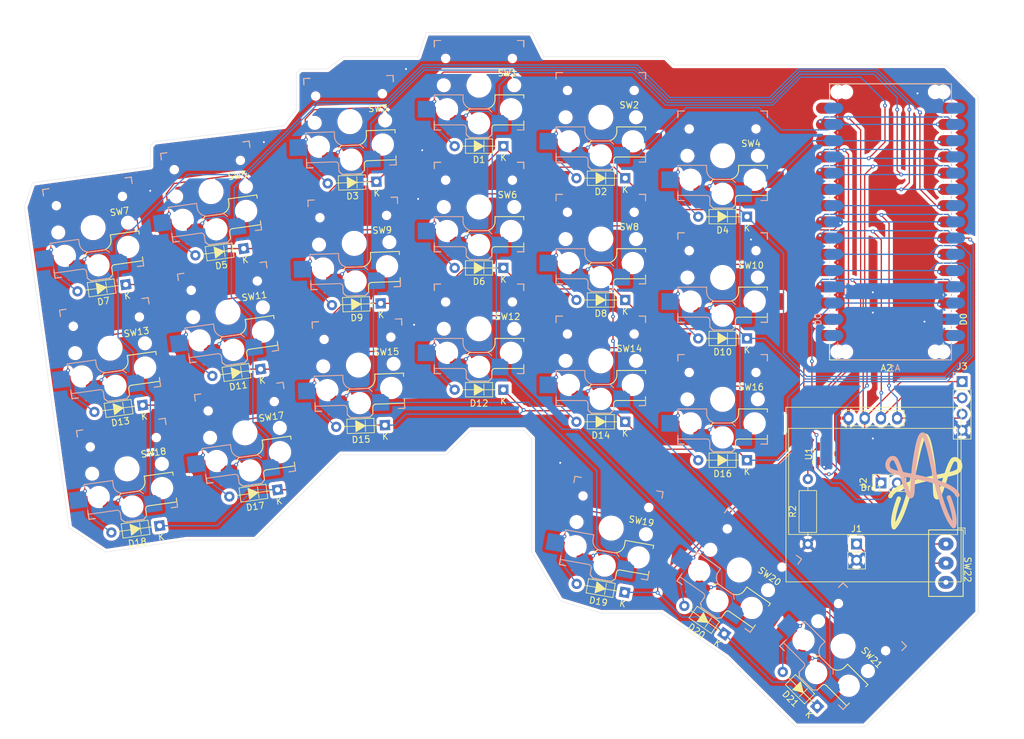
<source format=kicad_pcb>
(kicad_pcb (version 20241229) (generator "pcbnew") (generator_version "9.0")
  (layers (0 "F.Cu" signal) (2 "B.Cu" signal) (13 "F.Paste" user) (15 "B.Paste" user) (5 "F.SilkS" user "F.Silkscreen") (7 "B.SilkS" user "B.Silkscreen") (1 "F.Mask" user) (3 "B.Mask" user) (25 "Edge.Cuts" user))
  (net 0 "")
  (net 1 "/Row3")
  (net 2 "/Col5")
  (net 3 "SCL")
  (net 4 "SDA")
  (net 5 "/Col1")
  (net 6 "/Col6")
  (net 7 "/Row2")
  (net 8 "/Col3")
  (net 9 "/Col2")
  (net 10 "/Col4")
  (net 11 "/Row4")
  (net 12 "+5V")
  (net 13 "/Row1")
  (net 14 "VCC")
  (net 15 "GND")
  (net 16 "Net-(D1-A)")
  (net 17 "Net-(D2-A)")
  (net 18 "Net-(D3-A)")
  (net 19 "Net-(D4-A)")
  (net 20 "Net-(D5-A)")
  (net 21 "Net-(D6-A)")
  (net 22 "Net-(D7-A)")
  (net 23 "Net-(D8-A)")
  (net 24 "Net-(D9-A)")
  (net 25 "Net-(D10-A)")
  (net 26 "Net-(D11-A)")
  (net 27 "Net-(D12-A)")
  (net 28 "Net-(D13-A)")
  (net 29 "Net-(D14-A)")
  (net 30 "Net-(D15-A)")
  (net 31 "Net-(D16-A)")
  (net 32 "Net-(D17-A)")
  (net 33 "Net-(D18-A)")
  (net 34 "Net-(D19-A)")
  (net 35 "Net-(D20-A)")
  (net 36 "Net-(D21-A)")
  (net 37 "Net-(U1-PROG)")
  (net 38 "/charging")
  (net 39 "/finished")
  (net 40 "Net-(U1-BAT)")
  (net 43 "/Rst")
  (net 54 "/B+")
  (footprint "PCM_SL_Devices:Slide_Switch_SPDT_P3mm_10x5x10mm" (layer "F.Cu") (at 168.275 109.855 -90)
    (property "Reference" "SW22")
    (property "Value" "Slide_Switch_SPDT_P3mm_10x5x10mm")
  )
  (footprint "keyswitches:Kailh_socket_PG1350_reversible" (layer "F.Cu") (at 133.349999 68.178947)
    (property "Reference" "SW10")
    (property "Value" "KS33_SW_HS")
  )
  (footprint "Package_TO_SOT_SMD:TSOT-23-6" (layer "F.Cu") (at 149.225 95.7525 90)
    (property "Reference" "U1")
    (property "Value" "TP4057")
  )
  (footprint "PCM_Diode_THT_AKL:D_DO-35_SOD27_P7.62mm_Horizontal" (layer "F.Cu") (at 137.159999 58.653947 180)
    (property "Reference" "D4")
    (property "Value" "1N4148" (hide yes))
  )
  (footprint "Resistor_THT:R_Axial_DIN0207_L6.3mm_D2.5mm_P10.16mm_Horizontal" (layer "F.Cu") (at 146.685 109.855 90)
    (property "Reference" "R2")
    (property "Value" "2.2k")
  )
  (footprint "PCM_Diode_THT_AKL:D_DO-35_SOD27_P7.62mm_Horizontal" (layer "F.Cu") (at 99.059999 66.675 180)
    (property "Reference" "D6")
    (property "Value" "1N4148" (hide yes))
  )
  (footprint "PCM_Diode_THT_AKL:D_DO-35_SOD27_P7.62mm_Horizontal" (layer "F.Cu") (at 45.290825 107.001102 -172)
    (property "Reference" "D18")
    (property "Value" "1N4148" (hide yes))
  )
  (footprint "PCM_Diode_THT_AKL:D_DO-35_SOD27_P7.62mm_Horizontal" (layer "F.Cu") (at 80.526656 91.261169 -178)
    (property "Reference" "D15")
    (property "Value" "1N4148" (hide yes))
  )
  (footprint "keyswitches:Kailh_socket_PG1350_reversible" (layer "F.Cu") (at 152.188959 125.835329 -45)
    (property "Reference" "SW21")
    (property "Value" "KS33_SW_HS")
  )
  (footprint "keyswitches:Kailh_socket_PG1350_reversible" (layer "F.Cu") (at 133.349999 49.128947)
    (property "Reference" "SW4")
    (property "Value" "KS33_SW_HS")
  )
  (footprint "PCM_Diode_THT_AKL:D_DO-35_SOD27_P7.62mm_Horizontal" (layer "F.Cu") (at 99.059999 85.725 180)
    (property "Reference" "D12")
    (property "Value" "1N4148" (hide yes))
  )
  (footprint "keyswitches:Kailh_socket_PG1350_reversible" (layer "F.Cu") (at 53.335773 54.739966 8)
    (property "Reference" "SW5")
    (property "Value" "KS33_SW_HS")
  )
  (footprint "keyswitches:Kailh_socket_PG1350_reversible" (layer "F.Cu") (at 95.249999 76.2)
    (property "Reference" "SW12")
    (property "Value" "KS33_SW_HS")
  )
  (footprint "keyswitches:Kailh_socket_PG1350_reversible" (layer "F.Cu") (at 95.249999 57.15)
    (property "Reference" "SW6")
    (property "Value" "KS33_SW_HS")
  )
  (footprint "PCM_Diode_THT_AKL:D_DO-35_SOD27_P7.62mm_Horizontal" (layer "F.Cu") (at 118.109999 52.638158 180)
    (property "Reference" "D2")
    (property "Value" "1N4148" (hide yes))
  )
  (footprint "keyswitches:Kailh_socket_PG1350_reversible" (layer "F.Cu") (at 115.931051 107.381442 -10)
    (property "Reference" "SW19")
    (property "Value" "KS33_SW_HS")
  )
  (footprint "PCM_Diode_THT_AKL:D_DO-35_SOD27_P7.62mm_Horizontal" (layer "F.Cu") (at 63.736813 101.371232 -172)
    (property "Reference" "D17")
    (property "Value" "1N4148" (hide yes))
  )
  (footprint "PCM_Diode_THT_AKL:D_DO-35_SOD27_P7.62mm_Horizontal" (layer "F.Cu") (at 79.861821 72.222774 -178)
    (property "Reference" "D9")
    (property "Value" "1N4148" (hide yes))
  )
  (footprint "PCM_Diode_THT_AKL:D_DO-35_SOD27_P7.62mm_Horizontal" (layer "F.Cu") (at 137.159999 96.753947 180)
    (property "Reference" "D16")
    (property "Value" "1N4148" (hide yes))
  )
  (footprint "keyswitches:Kailh_socket_PG1350_reversible" (layer "F.Cu") (at 114.299999 81.213158)
    (property "Reference" "SW14")
    (property "Value" "KS33_SW_HS")
  )
  (footprint "keyswitches:Kailh_socket_PG1350_reversible" (layer "F.Cu") (at 133.349999 87.228947)
    (property "Reference" "SW16")
    (property "Value" "KS33_SW_HS")
  )
  (footprint "keyswitches:Kailh_socket_PG1350_reversible" (layer "F.Cu") (at 58.638268 92.469179 8)
    (property "Reference" "SW17")
    (property "Value" "KS33_SW_HS")
  )
  (footprint "keyswitches:Kailh_socket_PG1350_reversible" (layer "F.Cu") (at 75.721725 62.836544 2)
    (property "Reference" "SW9")
    (property "Value" "KS33_SW_HS")
  )
  (footprint "keyswitches:Kailh_socket_PG1350_reversible" (layer "F.Cu") (at 135.947926 113.918581 -35)
    (property "Reference" "SW20")
    (property "Value" "KS33_SW_HS")
  )
  (footprint "keyswitches:Kailh_socket_PG1350_reversible" (layer "F.Cu") (at 40.19228 98.099049 8)
    (property "Reference" "SW18")
    (property "Value" "KS33_SW_HS")
  )
  (footprint "keyswitches:Kailh_socket_PG1350_reversible" (layer "F.Cu") (at 75.05689 43.798149 2)
    (property "Reference" "SW3")
    (property "Value" "KS33_SW_HS")
  )
  (footprint "PCM_Diode_THT_AKL:D_DO-35_SOD27_P7.62mm_Horizontal" (layer "F.Cu") (at 42.639577 88.136495 -172)
    (property "Reference" "D13")
    (property "Value" "1N4148" (hide yes))
  )
  (footprint "Connector_PinHeader_2.54mm:PinHeader_1x04_P2.54mm_Vertical" (layer "F.Cu") (at 170.815 84.455)
    (property "Reference" "J3")
    (property "Value" "misc Pogo pin connector")
  )
  (footprint "PCM_arduino-library:Arduino_Nano_ESP32_Tile" (layer "F.Cu") (at 158.973 37.877 180)
    (property "Reference" "A2")
    (property "Value" "Arduino_Nano_ESP32_Tile")
  )
  (footprint "keyswitches:Kailh_socket_PG1350_reversible" (layer "F.Cu") (at 55.987021 73.604572 8)
    (property "Reference" "SW11")
    (property "Value" "KS33_SW_HS")
  )
  (footprint "Connector_PinHeader_2.54mm:PinHeader_1x02_P2.54mm_Vertical" (layer "F.Cu") (at 154.305 109.85)
    (property "Reference" "J1")
    (property "Value" "Battery")
  )
  (footprint "PCM_Diode_THT_AKL:D_DO-35_SOD27_P7.62mm_Horizontal" (layer "F.Cu") (at 79.196986 53.184379 -178)
    (property "Reference" "D3")
    (property "Value" "1N4148" (hide yes))
  )
  (footprint "PCM_Diode_THT_AKL:D_DO-35_SOD27_P7.62mm_Horizontal" (layer "F.Cu") (at 99.059999 47.625 180)
    (property "Reference" "D1")
    (property "Value" "1N4148" (hide yes))
  )
  (footprint "SSD1306:128x64OLED" (layer "F.Cu") (at 156.655 100.77)
    (property "Reference" "Brd1")
    (property "Value" "SSD1306")
  )
  (footprint "PCM_Diode_THT_AKL:D_DO-35_SOD27_P7.62mm_Horizontal" (layer "F.Cu") (at 137.159999 77.703947 180)
    (property "Reference" "D10")
    (property "Value" "1N4148" (hide yes))
  )
  (footprint "PCM_Diode_THT_AKL:D_DO-35_SOD27_P7.62mm_Horizontal" (layer "F.Cu") (at 39.98833 69.271888 -172)
    (property "Reference" "D7")
    (property "Value" "1N4148" (hide yes))
  )
  (footprint "keyswitches:Kailh_socket_PG1350_reversible" (layer "F.Cu") (at 34.889785 60.369835 8)
    (property "Reference" "SW7")
    (property "Value" "KS33_SW_HS")
  )
  (footprint "keyswitches:Kailh_socket_PG1350_reversible" (layer "F.Cu") (at 114.299999 62.163158)
    (property "Reference" "SW8")
    (property "Value" "KS33_SW_HS")
  )
  (footprint "keyswitches:Kailh_socket_PG1350_reversible" (layer "F.Cu") (at 37.541032 79.234442 8)
    (property "Reference" "SW13")
    (property "Value" "KS33_SW_HS")
  )
  (footprint "PCM_Diode_THT_AKL:D_DO-35_SOD27_P7.62mm_Horizontal" (layer "F.Cu") (at 133.60558 123.90633 145)
    (property "Reference" "D20")
    (property "Value" "1N4148" (hide yes))
  )
  (footprint "PCM_Diode_THT_AKL:D_DO-35_SOD27_P7.62mm_Horizontal" (layer "F.Cu") (at 118.109999 71.688158 180)
    (property "Reference" "D8")
    (property "Value" "1N4148" (hide yes))
  )
  (footprint "PCM_Diode_THT_AKL:D_DO-35_SOD27_P7.62mm_Horizontal" (layer "F.Cu") (at 118.029169 117.423335 170)
    (property "Reference" "D19")
    (property "Value" "1N4148" (hide yes))
  )
  (footprint "PCM_Diode_THT_AKL:D_DO-35_SOD27_P7.62mm_Horizontal" (layer "F.Cu") (at 61.085566 82.506625 -172)
    (property "Reference" "D11")
    (property "Value" "1N4148" (hide yes))
  )
  (footprint "Connector_PinSocket_2.54mm:PinSocket_1x02_P2.54mm_Vertical" (layer "F.Cu") (at 158.135 100.305 90)
    (property "Reference" "J2")
    (property "Value" "PINHD_1x2_Female")
  )
  (footprint "PCM_Diode_THT_AKL:D_DO-35_SOD27_P7.62mm_Horizontal" (layer "F.Cu") (at 58.434318 63.642019 -172)
    (property "Reference" "D5")
    (property "Value" "1N4148" (hide yes))
  )
  (footprint "keyswitches:Kailh_socket_PG1350_reversible" (layer "F.Cu") (at 95.249999 38.1)
    (property "Reference" "SW1")
    (property "Value" "KS33_SW_HS")
  )
  (footprint "keyswitches:Kailh_socket_PG1350_reversible" (layer "F.Cu") (at 114.299999 43.113158)
    (property "Reference" "SW2")
    (property "Value" "KS33_SW_HS")
  )
  (footprint "PCM_Diode_THT_AKL:D_DO-35_SOD27_P7.62mm_Horizontal" (layer "F.Cu") (at 148.147844 135.264597 135)
    (property "Reference" "D21")
    (property "Value" "1N4148" (hide yes))
  )
  (footprint "PCM_Diode_THT_AKL:D_DO-35_SOD27_P7.62mm_Horizontal" (layer "F.Cu") (at 118.109999 90.738158 180)
    (property "Reference" "D14")
    (property "Value" "1N4148" (hide yes))
  )
  (footprint "keyswitches:Kailh_socket_PG1350_reversible" (layer "F.Cu") (at 76.38656 81.874939 2)
    (property "Reference" "SW15")
    (property "Value" "KS33_SW_HS")
  )
  (footprint "PCM_arduino-library:Arduino_Nano_ESP32_Tile" (layer "B.Cu") (at 160.243 37.877)
    (property "Reference" "A1")
    (property "Value" "Arduino_Nano_ESP32_Tile")
  )
  (gr_curve (pts (xy 138.43 39.37) (xy 138.43 39.37) (xy 138.43 39.37) (xy 138.43 39.37)) (stroke (width 0.2)) (layer "F.Cu") (net 15))
  (gr_curve (pts (xy 140.335 38.1) (xy 140.335 38.1) (xy 140.335 38.1) (xy 140.335 38.1)) (stroke (width 0.2)) (layer "F.Cu") (net 15))
  (gr_curve (pts (xy 162.56 101.6) (xy 163.796133 97.112638) (xy 164.693599 89.323304) (xy 165.828133 94.792771)) (stroke (width 0.677333) (color 153 153 153 1)) (layer "F.SilkS"))
  (gr_curve (pts (xy 165.828133 94.792771) (xy 166.962666 100.262266) (xy 166.302266 102.582133) (xy 166.911866 102.548266)) (stroke (width 0.677333) (color 153 153 153 1)) (layer "F.SilkS"))
  (gr_curve (pts (xy 166.911866 102.548266) (xy 167.521467 102.514399) (xy 168.622134 97.265038) (xy 169.384133 96.689305)) (stroke (width 0.677333) (color 153 153 153 1)) (layer "F.SilkS"))
  (gr_curve (pts (xy 160.917466 102.751468) (xy 160.104667 104.975377) (xy 159.850666 106.471154) (xy 160.155466 107.238798)) (stroke (width 0.677333) (color 153 153 153 1)) (layer "F.SilkS"))
  (gr_curve (pts (xy 169.384133 96.689305) (xy 170.146133 96.113571) (xy 171.263734 98.010105) (xy 169.807467 98.653571)) (stroke (width 0.677333) (color 153 153 153 1)) (layer "F.SilkS"))
  (gr_curve (pts (xy 169.807467 98.653571) (xy 168.351199 99.297039) (xy 160.4772 100.059066) (xy 159.579733 102.361999)) (stroke (width 0.677333) (color 153 153 153 1)) (layer "F.SilkS"))
  (gr_curve (pts (xy 160.155466 107.238798) (xy 160.934399 106.471154) (xy 161.735911 104.591555) (xy 162.56 101.6)) (stroke (width 0.677333) (color 153 153 153 1)) (layer "F.SilkS"))
  (gr_curve (pts (xy 168.740667 102.573697) (xy 169.553466 104.797606) (xy 169.807467 106.293383) (xy 169.502667 107.061027)) (stroke (width 0.677333) (color 153 153 153 1)) (layer "B.SilkS"))
  (gr_curve (pts (xy 169.502667 107.061027) (xy 168.723734 106.293383) (xy 167.922222 104.413784) (xy 167.098133 101.422229)) (stroke (width 0.677333) (color 153 153 153 1)) (layer "B.SilkS"))
  (gr_curve (pts (xy 162.746267 102.370495) (xy 162.136666 102.336628) (xy 161.035999 97.087267) (xy 160.274 96.511534)) (stroke (width 0.677333) (color 153 153 153 1)) (layer "B.SilkS"))
  (gr_curve (pts (xy 163.83 94.615) (xy 162.695467 100.084495) (xy 163.355867 102.404362) (xy 162.746267 102.370495)) (stroke (width 0.677333) (color 153 153 153 1)) (layer "B.SilkS"))
  (gr_curve (pts (xy 167.098133 101.422229) (xy 165.862 96.934867) (xy 164.964534 89.145533) (xy 163.83 94.615)) (stroke (width 0.677333) (color 153 153 153 1)) (layer "B.SilkS"))
  (gr_curve (pts (xy 159.850666 98.4758) (xy 161.306934 99.119268) (xy 169.180933 99.881295) (xy 170.0784 102.184228)) (stroke (width 0.677333) (color 153 153 153 1)) (layer "B.SilkS"))
  (gr_curve (pts (xy 160.274 96.511534) (xy 159.512 95.9358) (xy 158.394399 97.832334) (xy 159.850666 98.4758)) (stroke (width 0.677333) (color 153 153 153 1)) (layer "B.SilkS"))
  (gr_line (start 49.53 109.22) (end 36.83 111.125) (stroke (width 0.05)) (layer "Edge.Cuts"))
  (gr_line (start 144.78 138.43) (end 133.985 127.635) (stroke (width 0.05)) (layer "Edge.Cuts"))
  (gr_line (start 86.995 29.845) (end 103.505 29.845) (stroke (width 0.05)) (layer "Edge.Cuts"))
  (gr_line (start 43.815 50.8) (end 43.815 47.625) (stroke (width 0.05)) (layer "Edge.Cuts"))
  (gr_line (start 103.505 93.345) (end 102.235 92.075) (stroke (width 0.05)) (layer "Edge.Cuts"))
  (gr_line (start 25.4 53.34) (end 43.815 50.8) (stroke (width 0.05)) (layer "Edge.Cuts"))
  (gr_line (start 24.13 57.15) (end 25.4 53.34) (stroke (width 0.05)) (layer "Edge.Cuts"))
  (gr_line (start 105.41 33.655) (end 124.46 33.655) (stroke (width 0.05)) (layer "Edge.Cuts"))
  (gr_line (start 67.31 35.56) (end 71.516834 35.56) (stroke (width 0.05)) (layer "Edge.Cuts"))
  (gr_line (start 90.17 95.885) (end 73.66 95.885) (stroke (width 0.05)) (layer "Edge.Cuts"))
  (gr_line (start 85.725 33.655) (end 86.995 29.845) (stroke (width 0.05)) (layer "Edge.Cuts"))
  (gr_line (start 124.46 33.655) (end 125.73 34.925) (stroke (width 0.05)) (layer "Edge.Cuts"))
  (gr_line (start 49.53 109.22) (end 60.325 109.22) (stroke (width 0.05)) (layer "Edge.Cuts"))
  (gr_line (start 66.675 41.91) (end 66.675 36.195) (stroke (width 0.05)) (layer "Edge.Cuts"))
  (gr_line (start 103.505 111.125) (end 103.505 93.345) (stroke (width 0.05)) (layer "Edge.Cuts"))
  (gr_line (start 147.955 138.43) (end 144.78 138.43) (stroke (width 0.05)) (layer "Edge.Cuts"))
  (gr_line (start 155.575 138.43) (end 147.955 138.43) (stroke (width 0.05)) (layer "Edge.Cuts"))
  (gr_line (start 133.985 127.635) (end 123.825 120.65) (stroke (width 0.05)) (layer "Edge.Cuts"))
  (gr_line (start 107.95 118.745) (end 103.505 111.125) (stroke (width 0.05)) (layer "Edge.Cuts"))
  (gr_line (start 114.3 120.65) (end 107.95 118.745) (stroke (width 0.05)) (layer "Edge.Cuts"))
  (gr_line (start 43.815 47.625) (end 44.45 46.912893) (stroke (width 0.05)) (layer "Edge.Cuts"))
  (gr_line (start 66.675 36.195) (end 67.31 35.56) (stroke (width 0.05)) (layer "Edge.Cuts"))
  (gr_line (start 102.235 92.075) (end 93.98 92.075) (stroke (width 0.05)) (layer "Edge.Cuts"))
  (gr_line (start 73.66 95.885) (end 60.325 109.22) (stroke (width 0.05)) (layer "Edge.Cuts"))
  (gr_line (start 123.825 120.65) (end 114.3 120.65) (stroke (width 0.05)) (layer "Edge.Cuts"))
  (gr_line (start 173.355 120.65) (end 155.575 138.43) (stroke (width 0.05)) (layer "Edge.Cuts"))
  (gr_line (start 36.83 111.125) (end 31.115 107.315) (stroke (width 0.05)) (layer "Edge.Cuts"))
  (gr_line (start 103.505 29.845) (end 105.41 33.655) (stroke (width 0.05)) (layer "Edge.Cuts"))
  (gr_line (start 71.516834 35.56) (end 73.9775 33.655) (stroke (width 0.05)) (layer "Edge.Cuts"))
  (gr_line (start 31.115 107.315) (end 24.13 57.15) (stroke (width 0.05)) (layer "Edge.Cuts"))
  (gr_line (start 93.98 92.075) (end 90.17 95.885) (stroke (width 0.05)) (layer "Edge.Cuts"))
  (gr_line (start 168.275 34.925) (end 125.73 34.925) (stroke (width 0.05)) (layer "Edge.Cuts"))
  (gr_line (start 64.732647 44.45) (end 66.675 41.91) (stroke (width 0.05)) (layer "Edge.Cuts"))
  (gr_line (start 73.9775 33.655) (end 85.725 33.655) (stroke (width 0.05)) (layer "Edge.Cuts"))
  (gr_line (start 168.275 34.925) (end 173.355 40.005) (stroke (width 0.05)) (layer "Edge.Cuts"))
  (gr_line (start 64.732647 44.45) (end 44.45 46.912893) (stroke (width 0.05)) (layer "Edge.Cuts"))
  (gr_line (start 173.355 40.005) (end 173.355 120.65) (stroke (width 0.05)) (layer "Edge.Cuts"))
  (segment (start 135.435999 95.029947) (end 137.159999 96.753947) (width 0.2) (layer "F.Cu") (net 1))
  (segment (start 171.862 62.007) (end 172.085 62.23) (width 0.2) (layer "F.Cu") (net 1))
  (segment (start 116.385999 89.014158) (end 118.109999 90.738158) (width 0.2) (layer "F.Cu") (net 1))
  (segment (start 102.349157 89.014158) (end 116.385999 89.014158) (width 0.2) (layer "F.Cu") (net 1))
  (segment (start 99.059999 85.725) (end 102.349157 89.014158) (width 0.2) (layer "F.Cu") (net 1))
  (segment (start 122.401788 95.029947) (end 135.435999 95.029947) (width 0.2) (layer "F.Cu") (net 1))
  (segment (start 64.998768 101.371232) (end 75.108831 91.261169) (width 0.2) (layer "F.Cu") (net 1))
  (segment (start 168.498 62.007) (end 171.862 62.007) (width 0.2) (layer "F.Cu") (net 1))
  (segment (start 63.736813 101.371232) (end 64.998768 101.371232) (width 0.2) (layer "F.Cu") (net 1))
  (segment (start 118.109999 90.738158) (end 122.401788 95.029947) (width 0.2) (layer "F.Cu") (net 1))
  (segment (start 75.108831 91.261169) (end 80.526656 91.261169) (width 0.2) (layer "F.Cu") (net 1))
  (via (at 102.235 88.9) (size 0.6) (drill 0.3) (layers "F.Cu" "B.Cu") (net 1))
  (via (at 172.085 62.23) (size 0.6) (drill 0.3) (layers "F.Cu" "B.Cu") (net 1))
  (via (at 167.228 62.23) (size 0.6) (drill 0.3) (layers "F.Cu" "B.Cu") (net 1))
  (segment (start 146.05 84.455) (end 168.4567 84.455) (width 0.2) (layer "B.Cu") (net 1))
  (segment (start 142.040047 96.753947) (end 143.51 95.283994) (width 0.2) (layer "B.Cu") (net 1))
  (segment (start 101.6 89.535) (end 102.235 88.9) (width 0.2) (layer "B.Cu") (net 1))
  (segment (start 172.552432 62.697432) (end 172.085 62.23) (width 0.2) (layer "B.Cu") (net 1))
  (segment (start 172.552432 80.359268) (end 172.552432 62.697432) (width 0.2) (layer "B.Cu") (net 1))
  (segment (start 143.51 86.995) (end 146.05 84.455) (width 0.2) (layer "B.Cu") (net 1))
  (segment (start 82.093831 91.261169) (end 83.82 89.535) (width 0.2) (layer "B.Cu") (net 1))
  (segment (start 143.51 95.283994) (end 143.51 86.995) (width 0.2) (layer "B.Cu") (net 1))
  (segment (start 83.82 89.535) (end 101.6 89.535) (width 0.2) (layer "B.Cu") (net 1))
  (segment (start 137.159999 96.753947) (end 142.040047 96.753947) (width 0.2) (layer "B.Cu") (net 1))
  (segment (start 168.4567 84.455) (end 172.552432 80.359268) (width 0.2) (layer "B.Cu") (net 1))
  (segment (start 167.005 62.007) (end 167.228 62.23) (width 0.2) (layer "B.Cu") (net 1))
  (segment (start 80.526656 91.261169) (end 82.093831 91.261169) (width 0.2) (layer "B.Cu") (net 1))
  (segment (start 45.290825 107.001102) (end 54.288898 107.001102) (width 0.2) (layer "B.Cu") (net 1))
  (segment (start 54.288898 107.001102) (end 59.918768 101.371232) (width 0.2) (layer "B.Cu") (net 1))
  (segment (start 59.918768 101.371232) (end 63.736813 101.371232) (width 0.2) (layer "B.Cu") (net 1))
  (segment (start 150.718 62.007) (end 167.005 62.007) (width 0.2) (layer "B.Cu") (net 1))
  (segment (start 116.205 74.295) (end 116.205 78.105) (width 0.2) (layer "F.Cu") (net 2))
  (via (at 112.249789 85.951717) (size 0.6) (drill 0.3) (layers "F.Cu" "B.Cu") (net 2))
  (via (at 112.249789 47.851717) (size 0.6) (drill 0.3) (layers "F.Cu" "B.Cu") (net 2))
  (via (at 116.205 78.105) (size 0.6) (drill 0.3) (layers "F.Cu" "B.Cu") (net 2))
  (via (at 112.249789 66.901717) (size 0.6) (drill 0.3) (layers "F.Cu" "B.Cu") (net 2))
  (via (at 116.205 74.295) (size 0.6) (drill 0.3) (layers "F.Cu" "B.Cu") (net 2))
  (via (at 167.005 44.227) (size 0.6) (drill 0.3) (layers "F.Cu" "B.Cu") (net 2))
  (via (at 147.388574 127.736279) (size 0.6) (drill 0.3) (layers "F.Cu" "B.Cu") (net 2))
  (segment (start 117.574999 87.163158) (end 115.723999 85.312158) (width 0.2) (layer "B.Cu") (net 2))
  (segment (start 112.889348 85.312158) (end 112.249789 85.951717) (width 0.2) (layer "B.Cu") (net 2))
  (segment (start 116.84 49.798157) (end 116.84 67.378159) (width 0.2) (layer "B.Cu") (net 2))
  (segment (start 115.723999 66.262158) (end 112.889348 66.262158) (width 0.2) (layer "B.Cu") (net 2))
  (segment (start 117.574999 49.063158) (end 115.723999 47.212158) (width 0.2) (layer "B.Cu") (net 2))
  (segment (start 116.365499 84.670658) (end 115.723999 85.312158) (width 0.2) (layer "B.Cu") (net 2))
  (segment (start 116.365499 78.265499) (end 116.205 78.105) (width 0.2) (layer "B.Cu") (net 2))
  (segment (start 117.574999 68.113158) (end 115.723999 66.262158) (width 0.2) (layer "B.Cu") (net 2))
  (segment (start 150.123459 132.1844) (end 150.297448 132.358389) (width 0.2) (layer "B.Cu") (net 2))
  (segment (start 150.718 44.227) (end 167.005 44.227) (width 0.2) (layer "B.Cu") (net 2))
  (segment (start 127.635 41.609) (end 139.065 41.609) (width 0.2) (layer "B.Cu") (net 2))
  (segment (start 116.84 67.378159) (end 117.574999 68.113158) (width 0.2) (layer "B.Cu") (net 2))
  (segment (start 116.365499 84.670658) (end 116.365499 78.265499) (width 0.2) (layer "B.Cu") (net 2))
  (segment (start 115.723999 47.212158) (end 112.889348 47.212158) (width 0.2) (layer "B.Cu") (net 2))
  (segment (start 116.205 69.483157) (end 116.205 74.295) (width 0.2) (layer "B.Cu") (net 2))
  (segment (start 150.297448 132.358389) (end 150.297448 129.74068) (width 0.2) (layer "B.Cu") (net 2))
  (segment (start 149.86 45.085) (end 150.718 44.227) (width 0.2) (layer "B.Cu") (net 2))
  (segment (start 150.297448 129.74068) (end 148.293047 127.736279) (width 0.2) (layer "B.Cu") (net 2))
  (segment (start 148.293047 127.736279) (end 147.388574 127.736279) (width 0.2) (layer "B.Cu") (net 2))
  (segment (start 120.180842 49.063158) (end 127.635 41.609) (width 0.2) (layer "B.Cu") (net 2))
  (segment (start 112.889348 66.262158) (end 112.249789 66.901717) (width 0.2) (layer "B.Cu") (net 2))
  (segment (start 117.574999 87.163158) (end 150.123459 119.711618) (width 0.2) (layer "B.Cu") (net 2))
  (segment (start 117.574999 49.063158) (end 120.180842 49.063158) (width 0.2) (layer "B.Cu") (net 2))
  (segment (start 150.123459 119.711618) (end 150.123459 132.1844) (width 0.2) (layer "B.Cu") (net 2))
  (segment (start 117.574999 68.113158) (end 116.205 69.483157) (width 0.2) (layer "B.Cu") (net 2))
  (segment (start 112.889348 47.212158) (end 112.249789 47.851717) (width 0.2) (layer "B.Cu") (net 2))
  (segment (start 142.541 45.085) (end 149.86 45.085) (width 0.2) (layer "B.Cu") (net 2))
  (segment (start 117.574999 49.063158) (end 116.84 49.798157) (width 0.2) (layer "B.Cu") (net 2))
  (segment (start 115.723999 85.312158) (end 112.889348 85.312158) (width 0.2) (layer "B.Cu") (net 2))
  (segment (start 139.065 41.609) (end 142.541 45.085) (width 0.2) (layer "B.Cu") (net 2))
  (segment (start 158.174963 86.206423) (end 158.174963 62.289963) (width 0.2) (layer "F.Cu") (net 3))
  (segment (start 161.29 86.995) (end 170.815 86.995) (width 0.2) (layer "F.Cu") (net 3))
  (segment (start 158.174963 62.289963) (end 156.845 60.96) (width 0.2) (layer "F.Cu") (net 3))
  (segment (start 158.115 90.17) (end 161.29 86.995) (width 0.2) (layer "F.Cu") (net 3))
  (via (at 158.174963 86.206423) (size 0.6) (drill 0.3) (layers "F.Cu" "B.Cu") (net 3))
  (via (at 156.845 60.96) (size 0.6) (drill 0.3) (layers "F.Cu" "B.Cu") (net 3))
  (via (at 148.59 61.595) (size 0.6) (drill 0.3) (layers "F.Cu" "B.Cu") (net 3))
  (segment (start 168.6034 60.8424) (end 149.3426 60.8424) (width 0.2) (layer "B.Cu") (net 3))
  (segment (start 158.115 90.17) (end 158.115 86.36) (width 0.2) (layer "B.Cu") (net 3))
  (segment (start 169.768 62.007) (end 168.6034 60.8424) (width 0.2) (layer "B.Cu") (net 3))
  (segment (start 149.3426 60.8424) (end 148.59 61.595) (width 0.2) (layer "B.Cu") (net 3))
  (segment (start 160.655 90.17) (end 170.18 90.17) (width 0.2) (layer "F.Cu") (net 4))
  (segment (start 170.18 90.17) (end 170.815 89.535) (width 0.2) (layer "F.Cu") (net 4))
  (segment (start 159.385 85.09) (end 159.385 59.69) (width 0.2) (layer "F.Cu") (net 4))
  (segment (start 159.385 59.69) (end 158.115 58.42) (width 0.2) (layer "F.Cu") (net 4))
  (via (at 158.19946 58.386215) (size 0.6) (drill 0.3) (layers "F.Cu" "B.Cu") (net 4))
  (via (at 159.385 85.09) (size 0.6) (drill 0.3) (layers "F.Cu" "B.Cu") (net 4))
  (via (at 148.59 59.055) (size 0.6) (drill 0.3) (layers "F.Cu" "B.Cu") (net 4))
  (segment (start 160.655 90.17) (end 160.655 86.995) (width 0.2) (layer "B.Cu") (net 4))
  (segment (start 159.385 85.725) (end 159.385 85.09) (width 0.2) (layer "B.Cu") (net 4))
  (segment (start 168.6034 58.3024) (end 149.3426 58.3024) (width 0.2) (layer "B.Cu") (net 4))
  (segment (start 169.768 59.467) (end 168.6034 58.3024) (width 0.2) (layer "B.Cu") (net 4))
  (segment (start 159.385 85.725) (end 160.655 86.995) (width 0.2) (layer "B.Cu") (net 4))
  (segment (start 149.3426 58.3024) (end 148.59 59.055) (width 0.2) (layer "B.Cu") (net 4))
  (segment (start 164.211619 54.356619) (end 167.005 57.15) (width 0.2) (layer "F.Cu") (net 5))
  (segment (start 164.211619 42.342295) (end 164.211619 54.356619) (width 0.2) (layer "F.Cu") (net 5))
  (via (at 36.170254 84.21222) (size 0.6) (drill 0.3) (layers "F.Cu" "B.Cu") (net 5))
  (via (at 33.519007 65.347613) (size 0.6) (drill 0.3) (layers "F.Cu" "B.Cu") (net 5))
  (via (at 167.228 57.15) (size 0.6) (drill 0.3) (layers "F.Cu" "B.Cu") (net 5))
  (via (at 38.821502 103.076827) (size 0.6) (drill 0.3) (layers "F.Cu" "B.Cu") (net 5))
  (via (at 164.211619 42.342295) (size 0.6) (drill 0.3) (layers "F.Cu" "B.Cu") (net 5))
  (segment (start 167.005 56.927) (end 167.228 57.15) (width 0.2) (layer "B.Cu") (net 5))
  (segment (start 140.688185 40.005) (end 145.133185 35.56) (width 0.2) (layer "B.Cu") (net 5))
  (segment (start 150.718 56.927) (end 167.005 56.927) (width 0.2) (layer "B.Cu") (net 5))
  (segment (start 120.015 34.925) (end 125.095 40.005) (width 0.2) (layer "B.Cu") (net 5))
  (segment (start 49.624974 52.07) (end 58.42 52.07) (width 0.2) (layer "B.Cu") (net 5))
  (segment (start 39.365828 102.354482) (end 38.821502 103.076827) (width 0.2) (layer "B.Cu") (net 5))
  (segment (start 43.814519 100.34998) (end 43.814519 103.086383) (width 0.2) (layer "B.Cu") (net 5))
  (segment (start 38.960993 65.806138) (end 38.783777 65.983354) (width 0.2) (layer "B.Cu") (net 5))
  (segment (start 41.163271 79.898271) (end 41.163271 84.221776) (width 0.2) (layer "B.Cu") (net 5))
  (segment (start 38.783777 77.518777) (end 41.163271 79.898271) (width 0.2) (layer "B.Cu") (net 5))
  (segment (start 34.063333 64.625268) (end 33.519007 65.347613) (width 0.2) (layer "B.Cu") (net 5))
  (segment (start 86.36 34.925) (end 120.015 34.925) (width 0.2) (layer "B.Cu") (net 5))
  (segment (start 43.84413 100.320369) (end 43.814519 100.34998) (width 0.2) (layer "B.Cu") (net 5))
  (segment (start 38.783777 65.983354) (end 38.783777 77.518777) (width 0.2) (layer "B.Cu") (net 5))
  (segment (start 41.61224 84.670745) (end 43.84413 86.902635) (width 0.2) (layer "B.Cu") (net 5))
  (segment (start 41.61224 84.670745) (end 39.521644 83.095368) (width 0.2) (layer "B.Cu") (net 5))
  (segment (start 43.814519 103.086383) (end 44.263488 103.535352) (width 0.2) (layer "B.Cu") (net 5))
  (segment (start 40.888691 60.806283) (end 49.624974 52.07) (width 0.2) (layer "B.Cu") (net 5))
  (segment (start 36.71458 83.489875) (end 36.170254 84.21222) (width 0.2) (layer "B.Cu") (net 5))
  (segment (start 36.870397 64.230761) (end 34.063333 64.625268) (width 0.2) (layer "B.Cu") (net 5))
  (segment (start 69.85 40.64) (end 80.645 40.64) (width 0.2) (layer "B.Cu") (net 5))
  (segment (start 40.326506 60.806283) (end 40.888691 60.806283) (width 0.2) (layer "B.Cu") (net 5))
  (segment (start 44.263488 103.535352) (end 42.172892 101.959975) (width 0.2) (layer "B.Cu") (net 5))
  (segment (start 80.645 40.64) (end 86.36 34.925) (width 0.2) (layer "B.Cu") (net 5))
  (segment (start 145.133185 35.56) (end 157.48 35.56) (width 0.2) (layer "B.Cu") (net 5))
  (segment (start 41.163271 84.221776) (end 41.61224 84.670745) (width 0.2) (layer "B.Cu") (net 5))
  (segment (start 125.095 40.005) (end 140.688185 40.005) (width 0.2) (layer "B.Cu") (net 5))
  (segment (start 58.42 52.07) (end 69.85 40.64) (width 0.2) (layer "B.Cu") (net 5))
  (segment (start 38.512023 62.620766) (end 40.326506 60.806283) (width 0.2) (layer "B.Cu") (net 5))
  (segment (start 42.172892 101.959975) (end 39.365828 102.354482) (width 0.2) (layer "B.Cu") (net 5))
  (segment (start 43.84413 86.902635) (end 43.84413 100.320369) (width 0.2) (layer "B.Cu") (net 5))
  (segment (start 38.512023 65.357168) (end 38.512023 62.620766) (width 0.2) (layer "B.Cu") (net 5))
  (segment (start 38.960993 65.806138) (end 38.512023 65.357168) (width 0.2) (layer "B.Cu") (net 5))
  (segment (start 39.521644 83.095368) (end 36.71458 83.489875) (width 0.2) (layer "B.Cu") (net 5))
  (segment (start 157.48 35.56) (end 164.465 42.545) (width 0.2) (layer "B.Cu") (net 5))
  (segment (start 38.960993 65.806138) (end 36.870397 64.230761) (width 0.2) (layer "B.Cu") (net 5))
  (via (at 131.299789 91.967506) (size 0.6) (drill 0.3) (layers "F.Cu" "B.Cu") (net 6))
  (via (at 131.299789 53.867506) (size 0.6) (drill 0.3) (layers "F.Cu" "B.Cu") (net 6))
  (via (at 167.228 46.99) (size 0.6) (drill 0.3) (layers "F.Cu" "B.Cu") (net 6))
  (via (at 131.299789 72.917506) (size 0.6) (drill 0.3) (layers "F.Cu" "B.Cu") (net 6))
  (segment (start 136.624999 55.078947) (end 139.231053 55.078947) (width 0.2) (layer "B.Cu") (net 6))
  (segment (start 136.058999 92.612947) (end 136.624999 93.178947) (width 0.2) (layer "B.Cu") (net 6))
  (segment (start 136.058999 74.694947) (end 136.058999 92.612947) (width 0.2) (layer "B.Cu") (net 6))
  (segment (start 136.624999 93.178947) (end 134.773999 91.327947) (width 0.2) (layer "B.Cu") (net 6))
  (segment (start 139.231053 55.078947) (end 147.543 46.767) (width 0.2) (layer "B.Cu") (net 6))
  (segment (start 136.058999 73.562947) (end 136.624999 74.128947) (width 0.2) (layer "B.Cu") (net 6))
  (segment (start 136.624999 55.078947) (end 134.773999 53.227947) (width 0.2) (layer "B.Cu") (net 6))
  (segment (start 167.005 46.767) (end 167.228 46.99) (width 0.2) (layer "B.Cu") (net 6))
  (segment (start 136.624999 74.128947) (end 136.058999 74.694947) (width 0.2) (layer "B.Cu") (net 6))
  (segment (start 136.058999 55.644947) (end 136.058999 73.562947) (width 0.2) (layer "B.Cu") (net 6))
  (segment (start 134.773999 72.277947) (end 131.939348 72.277947) (width 0.2) (layer "B.Cu") (net 6))
  (segment (start 131.939348 53.227947) (end 131.299789 53.867506) (width 0.2) (layer "B.Cu") (net 6))
  (segment (start 136.624999 55.078947) (end 136.058999 55.644947) (width 0.2) (layer "B.Cu") (net 6))
  (segment (start 150.718 46.767) (end 167.005 46.767) (width 0.2) (layer "B.Cu") (net 6))
  (segment (start 134.773999 91.327947) (end 131.939348 91.327947) (width 0.2) (layer "B.Cu") (net 6))
  (segment (start 136.624999 74.128947) (end 134.773999 72.277947) (width 0.2) (layer "B.Cu") (net 6))
  (segment (start 147.543 46.767) (end 150.718 46.767) (width 0.2) (layer "B.Cu") (net 6))
  (segment (start 131.939348 91.327947) (end 131.299789 91.967506) (width 0.2) (layer "B.Cu") (net 6))
  (segment (start 134.773999 53.227947) (end 131.939348 53.227947) (width 0.2) (layer "B.Cu") (net 6))
  (segment (start 131.939348 72.277947) (end 131.299789 72.917506) (width 0.2) (layer "B.Cu") (net 6))
  (segment (start 99.059999 66.675) (end 102.349157 69.964158) (width 0.2) (layer "F.Cu") (net 7))
  (segment (start 74.069447 72.222774) (end 79.861821 72.222774) (width 0.2) (layer "F.Cu") (net 7))
  (segment (start 92.997049 66.675) (end 99.059999 66.675) (width 0.2) (layer "F.Cu") (net 7))
  (segment (start 87.449275 72.222774) (end 92.997049 66.675) (width 0.2) (layer "F.Cu") (net 7))
  (segment (start 56.558375 82.506625) (end 61.085566 82.506625) (width 0.2) (layer "F.Cu") (net 7))
  (segment (start 135.656052 76.2) (end 137.159999 77.703947) (width 0.2) (layer "F.Cu") (net 7))
  (segment (start 118.109999 71.688158) (end 122.621841 76.2) (width 0.2) (layer "F.Cu") (net 7))
  (segment (start 122.621841 76.2) (end 135.656052 76.2) (width 0.2) (layer "F.Cu") (net 7))
  (segment (start 50.928505 88.136495) (end 56.558375 82.506625) (width 0.2) (layer "F.Cu") (net 7))
  (segment (start 102.349157 69.964158) (end 116.385999 69.964158) (width 0.2) (layer "F.Cu") (net 7))
  (segment (start 79.861821 72.222774) (end 87.449275 72.222774) (width 0.2) (layer "F.Cu") (net 7))
  (segment (start 61.085566 82.506625) (end 63.785596 82.506625) (width 0.2) (layer "F.Cu") (net 7))
  (segment (start 63.785596 82.506625) (end 74.069447 72.222774) (width 0.2) (layer "F.Cu") (net 7))
  (segment (start 116.385999 69.964158) (end 118.109999 71.688158) (width 0.2) (layer "F.Cu") (net 7))
  (segment (start 42.639577 88.136495) (end 50.928505 88.136495) (width 0.2) (layer "F.Cu") (net 7))
  (via (at 167.228 64.77) (size 0.6) (drill 0.3) (layers "F.Cu" "B.Cu") (net 7))
  (segment (start 167.005 64.547) (end 167.228 64.77) (width 0.2) (layer "B.Cu") (net 7))
  (segment (start 167.1104 63.1716) (end 165.735 64.547) (width 0.2) (layer "B.Cu") (net 7))
  (segment (start 139.933947 77.703947) (end 146.284 84.054) (width 0.2) (layer "B.Cu") (net 7))
  (segment (start 172.151432 64.648439) (end 170.674593 63.1716) (width 0.2) (layer "B.Cu") (net 7))
  (segment (start 170.674593 63.1716) (end 167.1104 63.1716) (width 0.2) (layer "B.Cu") (net 7))
  (segment (start 168.2906 84.054) (end 172.151432 80.193168) (width 0.2) (layer "B.Cu") (net 7))
  (segment (start 165.735 64.547) (end 167.005 64.547) (width 0.2) (layer "B.Cu") (net 7))
  (segment (start 146.284 84.054) (end 168.2906 84.054) (width 0.2) (layer "B.Cu") (net 7))
  (segment (start 150.718 64.547) (end 165.735 64.547) (width 0.2) (layer "B.Cu") (net 7))
  (segment (start 172.151432 80.193168) (end 172.151432 64.648439) (width 0.2) (layer "B.Cu") (net 7))
  (segment (start 137.159999 77.703947) (end 139.933947 77.703947) (width 0.2) (layer "B.Cu") (net 7))
  (segment (start 160.655 41.91) (end 160.655 51.435) (width 0.2) (layer "F.Cu") (net 8))
  (segment (start 160.655 51.435) (end 161.29 52.07) (width 0.2) (layer "F.Cu") (net 8))
  (via (at 73.838137 67.643768) (size 0.6) (drill 0.3) (layers "F.Cu" "B.Cu") (net 8))
  (via (at 113.089146 111.691996) (size 0.6) (drill 0.3) (layers "F.Cu" "B.Cu") (net 8))
  (via (at 160.655 41.91) (size 0.6) (drill 0.3) (layers "F.Cu" "B.Cu") (net 8))
  (via (at 161.29 52.07) (size 0.6) (drill 0.3) (layers "F.Cu" "B.Cu") (net 8))
  (via (at 167.228 52.07) (size 0.6) (drill 0.3) (layers "F.Cu" "B.Cu") (net 8))
  (via (at 73.173302 48.605373) (size 0.6) (drill 0.3) (layers "F.Cu" "B.Cu") (net 8))
  (via (at 74.502972 86.682163) (size 0.6) (drill 0.3) (layers "F.Cu" "B.Cu") (net 8))
  (segment (start 77.287911 66.88335) (end 74.454986 66.982278) (width 0.2) (layer "B.Cu") (net 8))
  (segment (start 124.6949 40.807) (end 141.020385 40.807) (width 0.2) (layer "B.Cu") (net 8))
  (segment (start 78.537547 49.630229) (end 78.333717 49.426399) (width 0.2) (layer "B.Cu") (net 8))
  (segment (start 157.012 36.362) (end 160.655 40.005) (width 0.2) (layer "B.Cu") (net 8))
  (segment (start 145.465385 36.362) (end 157.012 36.362) (width 0.2) (layer "B.Cu") (net 8))
  (segment (start 76.623076 47.844955) (end 73.790151 47.943883) (width 0.2) (layer "B.Cu") (net 8))
  (segment (start 79.867217 87.707019) (end 77.952746 85.921745) (width 0.2) (layer "B.Cu") (net 8))
  (segment (start 79.867217 87.707019) (end 102.947019 87.707019) (width 0.2) (layer "B.Cu") (net 8))
  (segment (start 160.655 40.005) (end 160.655 41.91) (width 0.2) (layer "B.Cu") (net 8))
  (segment (start 141.020385 40.807) (end 145.465385 36.362) (width 0.2) (layer "B.Cu") (net 8))
  (segment (start 119.6149 35.727) (end 124.6949 40.807) (width 0.2) (layer "B.Cu") (net 8))
  (segment (start 118.12309 113.809746) (end 116.621633 111.665444) (width 0.2) (layer "B.Cu") (net 8))
  (segment (start 74.454986 66.982278) (end 73.838137 67.643768) (width 0.2) (layer "B.Cu") (net 8))
  (segment (start 114.935 111.368045) (end 113.830047 111.173212) (width 0.2) (layer "B.Cu") (net 8))
  (segment (start 77.787225 50.380551) (end 77.787225 66.384036) (width 0.2) (layer "B.Cu") (net 8))
  (segment (start 78.733389 69.137617) (end 78.733389 85.141102) (width 0.2) (layer "B.Cu") (net 8))
  (segment (start 77.787225 66.384036) (end 77.287911 66.88335) (width 0.2) (layer "B.Cu") (net 8))
  (segment (start 78.537547 49.630229) (end 77.787225 50.380551) (width 0.2) (layer "B.Cu") (net 8))
  (segment (start 116.621633 111.665444) (end 114.935 111.368045) (width 0.2) (layer "B.Cu") (net 8))
  (segment (start 77.952746 85.921745) (end 75.119821 86.020673) (width 0.2) (layer "B.Cu") (net 8))
  (segment (start 102.947019 87.707019) (end 113.665 98.425) (width 0.2) (layer "B.Cu") (net 8))
  (segment (start 73.790151 47.943883) (end 73.173302 48.605373) (width 0.2) (layer "B.Cu") (net 8))
  (segment (start 78.333717 44.085483) (end 86.6922 35.727) (width 0.2) (layer "B.Cu") (net 8))
  (segment (start 79.202382 68.668624) (end 78.733389 69.137617) (width 0.2) (layer "B.Cu") (net 8))
  (segment (start 150.718 51.847) (end 150.941 52.07) (width 0.2) (layer "B.Cu") (net 8))
  (segment (start 75.119821 86.020673) (end 74.502972 86.682163) (width 0.2) (layer "B.Cu") (net 8))
  (segment (start 78.333717 49.426399) (end 78.333717 44.085483) (width 0.2) (layer "B.Cu") (net 8))
  (segment (start 78.537547 49.630229) (end 76.623076 47.844955) (width 0.2) (layer "B.Cu") (net 8))
  (segment (start 113.665 98.425) (end 113.665 110.098045) (width 0.2) (layer "B.Cu") (net 8))
  (segment (start 86.6922 35.727) (end 119.6149 35.727) (width 0.2) (layer "B.Cu") (net 8))
  (segment (start 79.202382 68.668624) (end 77.287911 66.88335) (width 0.2) (layer "B.Cu") (net 8))
  (segment (start 113.830047 111.173212) (end 113.089146 111.691996) (width 0.2) (layer "B.Cu") (net 8))
  (segment (start 113.665 110.098045) (end 114.935 111.368045) (width 0.2) (layer "B.Cu") (net 8))
  (segment (start 78.733389 85.141102) (end 77.952746 85.921745) (width 0.2) (layer "B.Cu") (net 8))
  (segment (start 150.941 52.07) (end 167.228 52.07) (width 0.2) (layer "B.Cu") (net 8))
  (segment (start 162.56 41.91) (end 162.56 53.34) (width 0.2) (layer "F.Cu") (net 9))
  (segment (start 162.56 53.34) (end 161.6075 54.2925) (width 0.2) (layer "F.Cu") (net 9))
  (via (at 167.228 54.387) (size 0.6) (drill 0.3) (layers "F.Cu" "B.Cu") (net 9))
  (via (at 51.964995 59.717744) (size 0.6) (drill 0.3) (layers "F.Cu" "B.Cu") (net 9))
  (via (at 161.29 54.387) (size 0.6) (drill 0.3) (layers "F.Cu" "B.Cu") (net 9))
  (via (at 54.616243 78.58235) (size 0.6) (drill 0.3) (layers "F.Cu" "B.Cu") (net 9))
  (via (at 57.26749 97.446957) (size 0.6) (drill 0.3) (layers "F.Cu" "B.Cu") (net 9))
  (via (at 162.56 41.91) (size 0.6) (drill 0.3) (layers "F.Cu" "B.Cu") (net 9))
  (segment (start 56.958011 59.727299) (end 56.958011 54.099007) (width 0.2) (layer "B.Cu") (net 9))
  (segment (start 145.299285 35.961) (end 157.3139 35.961) (width 0.2) (layer "B.Cu") (net 9))
  (segment (start 52.509321 58.995399) (end 51.964995 59.717744) (width 0.2) (layer "B.Cu") (net 9))
  (segment (start 58.068509 52.988509) (end 58.068591 52.988509) (width 0.2) (layer "B.Cu") (net 9))
  (segment (start 119.781 35.326) (end 124.861 40.406) (width 0.2) (layer "B.Cu") (net 9))
  (segment (start 86.5261 35.326) (end 119.781 35.326) (width 0.2) (layer "B.Cu") (net 9))
  (segment (start 62.260507 93.17036) (end 62.260507 97.456513) (width 0.2) (layer "B.Cu") (net 9))
  (segment (start 140.854285 40.406) (end 145.299285 35.961) (width 0.2) (layer "B.Cu") (net 9))
  (segment (start 57.406981 60.176269) (end 56.958011 59.727299) (width 0.2) (layer "B.Cu") (net 9))
  (segment (start 59.881013 90.790866) (end 62.260507 93.17036) (width 0.2) (layer "B.Cu") (net 9))
  (segment (start 60.058229 79.040875) (end 59.881013 79.218091) (width 0.2) (layer "B.Cu") (net 9))
  (segment (start 60.058229 79.040875) (end 57.967633 77.465498) (width 0.2) (layer "B.Cu") (net 9))
  (segment (start 57.406981 60.176269) (end 56.515 61.06825) (width 0.2) (layer "B.Cu") (net 9))
  (segment (start 62.260507 97.456513) (end 62.709476 97.905482) (width 0.2) (layer "B.Cu") (net 9))
  (segment (start 62.709476 97.905482) (end 60.61888 96.330105) (width 0.2) (layer "B.Cu") (net 9))
  (segment (start 58.068591 52.988509) (end 70.0161 41.041) (width 0.2) (layer "B.Cu") (net 9))
  (segment (start 57.811816 96.724612) (end 57.26749 97.446957) (width 0.2) (layer "B.Cu") (net 9))
  (segment (start 161.29 54.387) (end 167.228 54.387) (width 0.2) (layer "B.Cu") (net 9))
  (segment (start 162.56 41.2071) (end 162.56 41.91) (width 0.2) (layer "B.Cu") (net 9))
  (segment (start 60.61888 96.330105) (end 57.811816 96.724612) (width 0.2) (layer "B.Cu") (net 9))
  (segment (start 56.958011 54.099007) (end 58.068509 52.988509) (width 0.2) (layer "B.Cu") (net 9))
  (segment (start 59.60926 74.305753) (end 59.60926 78.591906) (width 0.2) (layer "B.Cu") (net 9))
  (segment (start 80.8111 41.041) (end 86.5261 35.326) (width 0.2) (layer "B.Cu") (net 9))
  (segment (start 55.160569 77.860005) (end 54.616243 78.58235) (width 0.2) (layer "B.Cu") (net 9))
  (segment (start 55.316385 58.600892) (end 52.509321 58.995399) (width 0.2) (layer "B.Cu") (net 9))
  (segment (start 150.718 54.387) (end 161.29 54.387) (width 0.2) (layer "B.Cu") (net 9))
  (segment (start 56.515 71.211493) (end 59.60926 74.305753) (width 0.2) (layer "B.Cu") (net 9))
  (segment (start 57.967633 77.465498) (end 55.160569 77.860005) (width 0.2) (layer "B.Cu") (net 9))
  (segment (start 57.406981 60.176269) (end 55.316385 58.600892) (width 0.2) (layer "B.Cu") (net 9))
  (segment (start 70.0161 41.041) (end 80.8111 41.041) (width 0.2) (layer "B.Cu") (net 9))
  (segment (start 157.3139 35.961) (end 162.56 41.2071) (width 0.2) (layer "B.Cu") (net 9))
  (segment (start 59.60926 78.591906) (end 60.058229 79.040875) (width 0.2) (layer "B.Cu") (net 9))
  (segment (start 59.881013 79.218091) (end 59.881013 90.790866) (width 0.2) (layer "B.Cu") (net 9))
  (segment (start 56.515 61.06825) (end 56.515 71.211493) (width 0.2) (layer "B.Cu") (net 9))
  (segment (start 124.861 40.406) (end 140.854285 40.406) (width 0.2) (layer "B.Cu") (net 9))
  (segment (start 158.75 41.275) (end 158.75 46.99) (width 0.2) (layer "F.Cu") (net 10))
  (segment (start 158.75 46.99) (end 156.21 49.53) (width 0.2) (layer "F.Cu") (net 10))
  (via (at 156.21 49.53) (size 0.6) (drill 0.3) (layers "F.Cu" "B.Cu") (net 10))
  (via (at 158.75 41.275) (size 0.6) (drill 0.3) (layers "F.Cu" "B.Cu") (net 10))
  (via (at 131.550567 116.624229) (size 0.6) (drill 0.3) (layers "F.Cu" "B.Cu") (net 10))
  (via (at 167.228 49.53) (size 0.6) (drill 0.3) (layers "F.Cu" "B.Cu") (net 10))
  (via (at 93.199789 80.938559) (size 0.6) (drill 0.3) (layers "F.Cu" "B.Cu") (net 10))
  (via (at 93.199789 42.838559) (size 0.6) (drill 0.3) (layers "F.Cu" "B.Cu") (net 10))
  (via (at 93.199789 61.888559) (size 0.6) (drill 0.3) (layers "F.Cu" "B.Cu") (net 10))
  (segment (start 158.75 40.64) (end 158.75 41.275) (width 0.2) (layer "B.Cu") (net 10))
  (segment (start 98.524999 44.05) (end 97.315499 45.2595) (width 0.2) (layer "B.Cu") (net 10))
  (segment (start 133.195049 114.216113) (end 133.195049 116.994951) (width 0.2) (layer "B.Cu") (net 10))
  (segment (start 98.524999 82.15) (end 96.673999 80.299) (width 0.2) (layer "B.Cu") (net 10))
  (segment (start 119.313 36.128) (end 124.393 41.208) (width 0.2) (layer "B.Cu") (net 10))
  (segment (start 93.839348 42.199) (end 93.199789 42.838559) (width 0.2) (layer "B.Cu") (net 10))
  (segment (start 141.186485 41.208) (end 145.564485 36.83) (width 0.2) (layer "B.Cu") (net 10))
  (segment (start 145.564485 36.83) (end 154.94 36.83) (width 0.2) (layer "B.Cu") (net 10))
  (segment (start 96.673999 42.199) (end 93.839348 42.199) (width 0.2) (layer "B.Cu") (net 10))
  (segment (start 93.839348 61.249) (end 93.199789 61.888559) (width 0.2) (layer "B.Cu") (net 10))
  (segment (start 150.941 49.53) (end 167.228 49.53) (width 0.2) (layer "B.Cu") (net 10))
  (segment (start 97.958999 63.666) (end 97.958999 81.584) (width 0.2) (layer "B.Cu") (net 10))
  (segment (start 96.673999 61.249) (end 93.839348 61.249) (width 0.2) (layer "B.Cu") (net 10))
  (segment (start 97.958999 81.584) (end 98.524999 82.15) (width 0.2) (layer "B.Cu") (net 10))
  (segment (start 98.524999 44.05) (end 98.398999 43.924) (width 0.2) (layer "B.Cu") (net 10))
  (segment (start 98.524999 63.1) (end 96.673999 61.249) (width 0.2) (layer "B.Cu") (net 10))
  (segment (start 154.94 36.83) (end 158.75 40.64) (width 0.2) (layer "B.Cu") (net 10))
  (segment (start 93.839348 80.299) (end 93.199789 80.938559) (width 0.2) (layer "B.Cu") (net 10))
  (segment (start 150.718 49.307) (end 150.941 49.53) (width 0.2) (layer "B.Cu") (net 10))
  (segment (start 98.398999 38.126001) (end 100.397 36.128) (width 0.2) (layer "B.Cu") (net 10))
  (segment (start 100.397 36.128) (end 119.313 36.128) (width 0.2) (layer "B.Cu") (net 10))
  (segment (start 96.673999 80.299) (end 93.839348 80.299) (width 0.2) (layer "B.Cu") (net 10))
  (segment (start 98.398999 43.924) (end 98.398999 38.126001) (width 0.2) (layer "B.Cu") (net 10))
  (segment (start 97.315499 60.6075) (end 96.673999 61.249) (width 0.2) (layer "B.Cu") (net 10))
  (segment (start 132.441299 116.467169) (end 131.550567 116.624229) (width 0.2) (layer "B.Cu") (net 10))
  (segment (start 108.280998 91.905999) (end 110.884935 91.905999) (width 0.2) (layer "B.Cu") (net 10))
  (segment (start 98.524999 63.1) (end 97.958999 63.666) (width 0.2) (layer "B.Cu") (net 10))
  (segment (start 110.884935 91.905999) (end 133.195049 114.216113) (width 0.2) (layer "B.Cu") (net 10))
  (segment (start 124.393 41.208) (end 141.186485 41.208) (width 0.2) (layer "B.Cu") (net 10))
  (segment (start 134.763309 118.093058) (end 133.195049 116.994951) (width 0.2) (layer "B.Cu") (net 10))
  (segment (start 133.195049 116.994951) (end 132.441299 116.467169) (width 0.2) (layer "B.Cu") (net 10))
  (segment (start 135.217869 120.670998) (end 134.763309 118.093058) (width 0.2) (layer "B.Cu") (net 10))
  (segment (start 98.524999 82.15) (end 108.280998 91.905999) (width 0.2) (layer "B.Cu") (net 10))
  (segment (start 97.315499 45.2595) (end 97.315499 60.6075) (width 0.2) (layer "B.Cu") (net 10))
  (segment (start 98.524999 44.05) (end 96.673999 42.199) (width 0.2) (layer "B.Cu") (net 10))
  (segment (start 147.554 60.726) (end 150.729 60.726) (width 0.2) (layer "F.Cu") (net 11))
  (segment (start 123.19 117.475) (end 123.19 116.205) (width 0.2) (layer "F.Cu") (net 11))
  (segment (start 146.05 93.345) (end 146.05 62.23) (width 0.2) (layer "F.Cu") (net 11))
  (segment (start 146.05 62.23) (end 147.554 60.726) (width 0.2) (layer "F.Cu") (net 11))
  (segment (start 150.729 60.726) (end 151.765 59.69) (width 0.2) (layer "F.Cu") (net 11))
  (segment (start 123.19 116.205) (end 146.05 93.345) (width 0.2) (layer "F.Cu") (net 11))
  (via (at 167.228 59.69) (size 0.6) (drill 0.3) (layers "F.Cu" "B.Cu") (net 11))
  (via (at 123.19 117.475) (size 0.6) (drill 0.3) (layers "F.Cu" "B.Cu") (net 11))
  (via (at 151.765 59.69) (size 0.6) (drill 0.3) (layers "F.Cu" "B.Cu") (net 11))
  (segment (start 133.60558 123.90633) (end 141.14425 131.445) (width 0.2) (layer "B.Cu") (net 11))
  (segment (start 127 121.285) (end 130.98425 121.285) (width 0.2) (layer "B.Cu") (net 11))
  (segment (start 141.14425 131.445) (end 144.328247 131.445) (width 0.2) (layer "B.Cu") (net 11))
  (segment (start 167.005 59.467) (end 167.228 59.69) (width 0.2) (layer "B.Cu") (net 11))
  (segment (start 123.19 117.475) (end 127 121.285) (width 0.2) (layer "B.Cu") (net 11))
  (segment (start 130.98425 121.285) (end 133.60558 123.90633) (width 0.2) (layer "B.Cu") (net 11))
  (segment (start 123.138335 117.423335) (end 123.19 117.475) (width 0.2) (layer "B.Cu") (net 11))
  (segment (start 118.029169 117.423335) (end 123.138335 117.423335) (width 0.2) (layer "B.Cu") (net 11))
  (segment (start 144.328247 131.445) (end 148.147844 135.264597) (width 0.2) (layer "B.Cu") (net 11))
  (segment (start 150.718 59.467) (end 167.005 59.467) (width 0.2) (layer "B.Cu") (net 11))
  (segment (start 154.94 69.85) (end 153.67 68.58) (width 0.2) (layer "F.Cu") (net 12))
  (segment (start 150.175 94.615) (end 150.175 85.41) (width 0.2) (layer "F.Cu") (net 12))
  (segment (start 150.175 85.41) (end 154.94 80.645) (width 0.2) (layer "F.Cu") (net 12))
  (segment (start 154.94 80.645) (end 154.94 69.85) (width 0.2) (layer "F.Cu") (net 12))
  (via (at 153.67 68.58) (size 0.6) (drill 0.3) (layers "F.Cu" "B.Cu") (net 12))
  (via (at 148.59 69.215) (size 0.6) (drill 0.3) (layers "F.Cu" "B.Cu") (net 12))
  (segment (start 148.59 68.7908) (end 148.59 69.215) (width 0.2) (layer "B.Cu") (net 12))
  (segment (start 168.6034 68.4624) (end 148.9184 68.4624) (width 0.2) (layer "B.Cu") (net 12))
  (segment (start 169.768 69.627) (end 168.6034 68.4624) (width 0.2) (layer "B.Cu") (net 12))
  (segment (start 148.9184 68.4624) (end 148.59 68.7908) (width 0.2) (layer "B.Cu") (net 12))
  (segment (start 136.058999 57.552947) (end 137.159999 58.653947) (width 0.2) (layer "F.Cu") (net 13))
  (segment (start 80.277665 52.1037) (end 94.581299 52.1037) (width 0.2) (layer "F.Cu") (net 13))
  (segment (start 99.059999 47.625) (end 102.349157 50.914158) (width 0.2) (layer "F.Cu") (net 13))
  (segment (start 79.196986 53.184379) (end 80.277665 52.1037) (width 0.2) (layer "F.Cu") (net 13))
  (segment (start 39.98833 69.271888) (end 48.203112 69.271888) (width 0.2) (layer "F.Cu") (net 13))
  (segment (start 53.832981 63.642019) (end 58.434318 63.642019) (width 0.2) (layer "F.Cu") (net 13))
  (segment (start 118.109999 52.638158) (end 123.024788 57.552947) (width 0.2) (layer "F.Cu") (net 13))
  (segment (start 62.946972 63.642019) (end 73.404612 53.184379) (width 0.2) (layer "F.Cu") (net 13))
  (segment (start 116.385999 50.914158) (end 118.109999 52.638158) (width 0.2) (layer "F.Cu") (net 13))
  (segment (start 102.349157 50.914158) (end 116.385999 50.914158) (width 0.2) (layer "F.Cu") (net 13))
  (segment (start 73.404612 53.184379) (end 79.196986 53.184379) (width 0.2) (layer "F.Cu") (net 13))
  (segment (start 94.581299 52.1037) (end 99.059999 47.625) (width 0.2) (layer "F.Cu") (net 13))
  (segment (start 123.024788 57.552947) (end 136.058999 57.552947) (width 0.2) (layer "F.Cu") (net 13))
  (segment (start 58.434318 63.642019) (end 62.946972 63.642019) (width 0.2) (layer "F.Cu") (net 13))
  (segment (start 48.203112 69.271888) (end 53.832981 63.642019) (width 0.2) (layer "F.Cu") (net 13))
  (via (at 167.228 67.31) (size 0.6) (drill 0.3) (layers "F.Cu" "B.Cu") (net 13))
  (segment (start 137.159999 58.653947) (end 142.875 64.368948) (width 0.2) (layer "B.Cu") (net 13))
  (segment (start 142.875 80.01) (end 146.518 83.653) (width 0.2) (layer "B.Cu") (net 13))
  (segment (start 168.1245 83.653) (end 171.750432 80.027068) (width 0.2) (layer "B.Cu") (net 13))
  (segment (start 165.735 67.087) (end 167.005 67.087) (width 0.2) (layer "B.Cu") (net 13))
  (segment (start 142.875 64.368948) (end 142.875 80.01) (width 0.2) (layer "B.Cu") (net 13))
  (segment (start 171.750432 80.027068) (end 171.750432 66.787439) (width 0.2) (layer "B.Cu") (net 13))
  (segment (start 171.750432 66.787439) (end 170.885393 65.9224) (width 0.2) (layer "B.Cu") (net 13))
  (segment (start 150.718 67.087) (end 165.735 67.087) (width 0.2) (layer "B.Cu") (net 13))
  (segment (start 167.005 67.087) (end 167.228 67.31) (width 0.2) (layer "B.Cu") (net 13))
  (segment (start 170.885393 65.9224) (end 166.8996 65.9224) (width 0.2) (layer "B.Cu") (net 13))
  (segment (start 166.8996 65.9224) (end 165.735 67.087) (width 0.2) (layer "B.Cu") (net 13))
  (segment (start 146.518 83.653) (end 168.1245 83.653) (width 0.2) (layer "B.Cu") (net 13))
  (segment (start 155.575 90.17) (end 161.29 84.455) (width 0.2) (layer "F.Cu") (net 14))
  (segment (start 154.94 69.2829) (end 154.94 45.085) (width 0.2) (layer "F.Cu") (net 14))
  (segment (start 155.341 89.936) (end 155.575 90.17) (width 0.2) (layer "F.Cu") (net 14))
  (segment (start 158.135 99.715) (end 158.135 100.305) (width 0.2) (layer "F.Cu") (net 14))
  (segment (start 155.575 90.17) (end 155.575 97.155) (width 0.2) (layer "F.Cu") (net 14))
  (segment (start 155.341 69.6839) (end 155.341 89.936) (width 0.2) (layer "F.Cu") (net 14))
  (segment (start 154.94 45.085) (end 153.035 43.18) (width 0.2) (layer "F.Cu") (net 14))
  (segment (start 155.341 69.6839) (end 154.94 69.2829) (width 0.2) (layer "F.Cu") (net 14))
  (segment (start 155.575 97.155) (end 158.135 99.715) (width 0.2) (layer "F.Cu") (net 14))
  (segment (start 161.29 84.455) (end 170.815 84.455) (width 0.2) (layer "F.Cu") (net 14))
  (via (at 148.59 43.815) (size 0.6) (drill 0.3) (layers "F.Cu" "B.Cu") (net 14))
  (via (at 153.035 43.18) (size 0.6) (drill 0.3) (layers "F.Cu" "B.Cu") (net 14))
  (segment (start 149.3426 43.0624) (end 148.59 43.815) (width 0.2) (layer "B.Cu") (net 14))
  (segment (start 169.768 44.227) (end 168.6034 43.0624) (width 0.2) (layer "B.Cu") (net 14))
  (segment (start 168.6034 43.0624) (end 149.3426 43.0624) (width 0.2) (layer "B.Cu") (net 14))
  (via (at 156.845 93.345) (size 0.6) (drill 0.3) (layers "F.Cu" "B.Cu") (net 15))
  (via (at 163.83 39.37) (size 0.6) (drill 0.3) (layers "F.Cu" "B.Cu") (net 15))
  (via (at 83.82 35.56) (size 0.6) (drill 0.3) (layers "F.Cu" "B.Cu") (net 15))
  (via (at 149.225 97.79) (size 0.6) (drill 0.3) (layers "F.Cu" "B.Cu") (net 15))
  (via (at 86.36 48.26) (size 0.6) (drill 0.3) (layers "F.Cu" "B.Cu") (net 15))
  (via (at 152.4 71.12) (size 0.6) (drill 0.3) (layers "F.Cu" "B.Cu") (net 15))
  (via (at 85.725 55.88) (size 0.6) (drill 0.3) (layers "F.Cu" "B.Cu") (net 15))
  (via (at 61.595 46.99) (size 0.6) (drill 0.3) (layers "F.Cu" "B.Cu") (net 15))
  (via (at 156.845 73.66) (size 0.6) (drill 0.3) (layers "F.Cu" "B.Cu") (net 15))
  (via (at 164.925329 75.074688) (size 0.6) (drill 0.3) (layers "F.Cu" "B.Cu") (net 15))
  (via (at 43.815 54.61) (size 0.6) (drill 0.3) (layers "F.Cu" "B.Cu") (net 15))
  (via (at 85.09 75.565) (size 0.6) (drill 0.3) (layers "F.Cu" "B.Cu") (net 15))
  (via (at 107.95 97.155) (size 0.6) (drill 0.3) (layers "F.Cu" "B.Cu") (net 15))
  (via (at 137.795 62.23) (size 0.6) (drill 0.3) (layers "F.Cu" "B.Cu") (net 15))
  (via (at 156.845 70.485) (size 0.6) (drill 0.3) (layers "F.Cu" "B.Cu") (net 15))
  (segment (start 88.264999 37.465) (end 88.264999 40.64) (width 0.2) (layer "F.Cu") (net 16))
  (segment (start 103.524999 41.85) (end 102.234999 40.56) (width 0.2) (layer "F.Cu") (net 16))
  (segment (start 89.695499 36.0345) (end 88.264999 37.465) (width 0.2) (layer "F.Cu") (net 16))
  (segment (start 102.234999 40.56) (end 102.234999 37.885257) (width 0.2) (layer "F.Cu") (net 16))
  (segment (start 100.384242 36.0345) (end 89.695499 36.0345) (width 0.2) (layer "F.Cu") (net 16))
  (segment (start 102.234999 37.885257) (end 100.384242 36.0345) (width 0.2) (layer "F.Cu") (net 16))
  (via (at 88.264999 40.64) (size 0.6) (drill 0.3) (layers "F.Cu" "B.Cu") (net 16))
  (segment (start 91.439999 47.625) (end 88.264999 44.45) (width 0.2) (layer "B.Cu") (net 16))
  (segment (start 88.264999 44.45) (end 88.264999 40.64) (width 0.2) (layer "B.Cu") (net 16))
  (segment (start 121.284999 45.573158) (end 121.284999 42.898415) (width 0.2) (layer "F.Cu") (net 17))
  (segment (start 122.574999 46.863158) (end 121.284999 45.573158) (width 0.2) (layer "F.Cu") (net 17))
  (segment (start 121.284999 42.898415) (end 119.434242 41.047658) (width 0.2) (layer "F.Cu") (net 17))
  (segment (start 108.745499 41.047658) (end 107.314999 42.478158) (width 0.2) (layer "F.Cu") (net 17))
  (segment (start 107.314999 42.478158) (end 107.314999 45.653158) (width 0.2) (layer "F.Cu") (net 17))
  (segment (start 119.434242 41.047658) (end 108.745499 41.047658) (width 0.2) (layer "F.Cu") (net 17))
  (via (at 107.314999 45.653158) (size 0.6) (drill 0.3) (layers "F.Cu" "B.Cu") (net 17))
  (segment (start 107.314999 49.463158) (end 107.314999 45.653158) (width 0.2) (layer "B.Cu") (net 17))
  (segment (start 110.489999 52.638158) (end 107.314999 49.463158) (width 0.2) (layer "B.Cu") (net 17))
  (segment (start 68.053984 43.407309) (end 68.16479 46.580375) (width 0.2) (layer "F.Cu") (net 18))
  (segment (start 83.457722 47.257071) (end 82.123488 46.012877) (width 0.2) (layer "F.Cu") (net 18))
  (segment (start 80.11592 41.554725) (end 69.433689 41.927757) (width 0.2) (layer "F.Cu") (net 18))
  (segment (start 82.123488 46.012877) (end 82.030141 43.339764) (width 0.2) (layer "F.Cu") (net 18))
  (segment (start 69.433689 41.927757) (end 68.053984 43.407309) (width 0.2) (layer "F.Cu") (net 18))
  (segment (start 82.030141 43.339764) (end 80.11592 41.554725) (width 0.2) (layer "F.Cu") (net 18))
  (via (at 68.16479 46.580375) (size 0.6) (drill 0.3) (layers "F.Cu" "B.Cu") (net 18))
  (segment (start 71.581629 53.450314) (end 68.297757 50.388054) (width 0.2) (layer "B.Cu") (net 18))
  (segment (start 68.297757 50.388054) (end 68.16479 46.580375) (width 0.2) (layer "B.Cu") (net 18))
  (segment (start 126.364999 48.493947) (end 126.364999 51.668947) (width 0.2) (layer "F.Cu") (net 19))
  (segment (start 138.484242 47.063447) (end 127.795499 47.063447) (width 0.2) (layer "F.Cu") (net 19))
  (segment (start 140.334999 48.914204) (end 138.484242 47.063447) (width 0.2) (layer "F.Cu") (net 19))
  (segment (start 127.795499 47.063447) (end 126.364999 48.493947) (width 0.2) (layer "F.Cu") (net 19))
  (segment (start 141.624999 52.878947) (end 140.334999 51.588947) (width 0.2) (layer "F.Cu") (net 19))
  (segment (start 140.334999 51.588947) (end 140.334999 48.914204) (width 0.2) (layer "F.Cu") (net 19))
  (via (at 126.364999 51.668947) (size 0.6) (drill 0.3) (layers "F.Cu" "B.Cu") (net 19))
  (segment (start 126.364999 55.478947) (end 126.364999 51.668947) (width 0.2) (layer "B.Cu") (net 19))
  (segment (start 129.539999 58.653947) (end 126.364999 55.478947) (width 0.2) (layer "B.Cu") (net 19))
  (segment (start 60.222909 53.555189) (end 58.132588 51.980019) (width 0.2) (layer "F.Cu") (net 20))
  (segment (start 60.595161 56.203901) (end 60.222909 53.555189) (width 0.2) (layer "F.Cu") (net 20))
  (segment (start 46.330376 55.08327) (end 46.77225 58.227371) (width 0.2) (layer "F.Cu") (net 20))
  (segment (start 62.05214 57.301814) (end 60.595161 56.203901) (width 0.2) (layer "F.Cu") (net 20))
  (segment (start 58.132588 51.980019) (end 47.547867 53.467604) (width 0.2) (layer "F.Cu") (net 20))
  (segment (start 47.547867 53.467604) (end 46.330376 55.08327) (width 0.2) (layer "F.Cu") (net 20))
  (via (at 46.77225 58.227371) (size 0.6) (drill 0.3) (layers "F.Cu" "B.Cu") (net 20))
  (segment (start 50.888475 64.702519) (end 47.3025 62.000292) (width 0.2) (layer "B.Cu") (net 20))
  (segment (start 47.3025 62.000292) (end 46.77225 58.227371) (width 0.2) (layer "B.Cu") (net 20))
  (segment (start 103.524999 60.9) (end 102.234999 59.61) (width 0.2) (layer "F.Cu") (net 21))
  (segment (start 102.234999 59.61) (end 102.234999 56.935257) (width 0.2) (layer "F.Cu") (net 21))
  (segment (start 100.384242 55.0845) (end 89.695499 55.0845) (width 0.2) (layer "F.Cu") (net 21))
  (segment (start 102.234999 56.935257) (end 100.384242 55.0845) (width 0.2) (layer "F.Cu") (net 21))
  (segment (start 88.264999 56.515) (end 88.264999 59.69) (width 0.2) (layer "F.Cu") (net 21))
  (segment (start 89.695499 55.0845) (end 88.264999 56.515) (width 0.2) (layer "F.Cu") (net 21))
  (via (at 88.264999 59.69) (size 0.6) (drill 0.3) (layers "F.Cu" "B.Cu") (net 21))
  (segment (start 91.439999 66.675) (end 88.264999 63.5) (width 0.2) (layer "B.Cu") (net 21))
  (segment (start 88.264999 63.5) (end 88.264999 59.69) (width 0.2) (layer "B.Cu") (net 21))
  (segment (start 42.149173 61.83377) (end 41.776921 59.185058) (width 0.2) (layer "F.Cu") (net 22))
  (segment (start 39.6866 57.609888) (end 29.101879 59.097473) (width 0.2) (layer "F.Cu") (net 22))
  (segment (start 27.884388 60.713139) (end 28.326262 63.85724) (width 0.2) (layer "F.Cu") (net 22))
  (segment (start 41.776921 59.185058) (end 39.6866 57.609888) (width 0.2) (layer "F.Cu") (net 22))
  (segment (start 43.606152 62.931683) (end 42.149173 61.83377) (width 0.2) (layer "F.Cu") (net 22))
  (segment (start 29.101879 59.097473) (end 27.884388 60.713139) (width 0.2) (layer "F.Cu") (net 22))
  (via (at 28.326262 63.85724) (size 0.6) (drill 0.3) (layers "F.Cu" "B.Cu") (net 22))
  (segment (start 32.442487 70.332388) (end 28.856512 67.630161) (width 0.2) (layer "B.Cu") (net 22))
  (segment (start 28.856512 67.630161) (end 28.326262 63.85724) (width 0.2) (layer "B.Cu") (net 22))
  (segment (start 122.574999 65.913158) (end 121.284999 64.623158) (width 0.2) (layer "F.Cu") (net 23))
  (segment (start 119.434242 60.097658) (end 108.745499 60.097658) (width 0.2) (layer "F.Cu") (net 23))
  (segment (start 121.284999 61.948415) (end 119.434242 60.097658) (width 0.2) (layer "F.Cu") (net 23))
  (segment (start 107.314999 61.528158) (end 107.314999 64.703158) (width 0.2) (layer "F.Cu") (net 23))
  (segment (start 108.745499 60.097658) (end 107.314999 61.528158) (width 0.2) (layer "F.Cu") (net 23))
  (segment (start 121.284999 64.623158) (end 121.284999 61.948415) (width 0.2) (layer "F.Cu") (net 23))
  (via (at 107.314999 64.703158) (size 0.6) (drill 0.3) (layers "F.Cu" "B.Cu") (net 23))
  (segment (start 107.314999 68.513158) (end 107.314999 64.703158) (width 0.2) (layer "B.Cu") (net 23))
  (segment (start 110.489999 71.688158) (end 107.314999 68.513158) (width 0.2) (layer "B.Cu") (net 23))
  (segment (start 70.098524 60.966152) (end 68.718819 62.445704) (width 0.2) (layer "F.Cu") (net 24))
  (segment (start 80.780755 60.59312) (end 70.098524 60.966152) (width 0.2) (layer "F.Cu") (net 24))
  (segment (start 82.694976 62.378159) (end 80.780755 60.59312) (width 0.2) (layer "F.Cu") (net 24))
  (segment (start 68.718819 62.445704) (end 68.829625 65.61877) (width 0.2) (layer "F.Cu") (net 24))
  (segment (start 84.122557 66.295466) (end 82.788323 65.051272) (width 0.2) (layer "F.Cu") (net 24))
  (segment (start 82.788323 65.051272) (end 82.694976 62.378159) (width 0.2) (layer "F.Cu") (net 24))
  (via (at 68.829625 65.61877) (size 0.6) (drill 0.3) (layers "F.Cu" "B.Cu") (net 24))
  (segment (start 72.246464 72.488709) (end 68.962592 69.426449) (width 0.2) (layer "B.Cu") (net 24))
  (segment (start 68.962592 69.426449) (end 68.829625 65.61877) (width 0.2) (layer "B.Cu") (net 24))
  (segment (start 140.334999 70.638947) (end 140.334999 67.964204) (width 0.2) (layer "F.Cu") (net 25))
  (segment (start 127.795499 66.113447) (end 126.364999 67.543947) (width 0.2) (layer "F.Cu") (net 25))
  (segment (start 138.484242 66.113447) (end 127.795499 66.113447) (width 0.2) (layer "F.Cu") (net 25))
  (segment (start 140.334999 67.964204) (end 138.484242 66.113447) (width 0.2) (layer "F.Cu") (net 25))
  (segment (start 141.624999 71.928947) (end 140.334999 70.638947) (width 0.2) (layer "F.Cu") (net 25))
  (segment (start 126.364999 67.543947) (end 126.364999 70.718947) (width 0.2) (layer "F.Cu") (net 25))
  (via (at 126.364999 70.718947) (size 0.6) (drill 0.3) (layers "F.Cu" "B.Cu") (net 25))
  (segment (start 126.364999 74.528947) (end 126.364999 70.718947) (width 0.2) (layer "B.Cu") (net 25))
  (segment (start 129.539999 77.703947) (end 126.364999 74.528947) (width 0.2) (layer "B.Cu") (net 25))
  (segment (start 64.703388 76.16642) (end 63.246409 75.068507) (width 0.2) (layer "F.Cu") (net 26))
  (segment (start 50.199115 72.33221) (end 48.981624 73.947876) (width 0.2) (layer "F.Cu") (net 26))
  (segment (start 60.783836 70.844625) (end 50.199115 72.33221) (width 0.2) (layer "F.Cu") (net 26))
  (segment (start 62.874157 72.419795) (end 60.783836 70.844625) (width 0.2) (layer "F.Cu") (net 26))
  (segment (start 63.246409 75.068507) (end 62.874157 72.419795) (width 0.2) (layer "F.Cu") (net 26))
  (segment (start 48.981624 73.947876) (end 49.423498 77.091977) (width 0.2) (layer "F.Cu") (net 26))
  (via (at 49.423498 77.091977) (size 0.6) (drill 0.3) (layers "F.Cu" "B.Cu") (net 26))
  (segment (start 49.953748 80.864898) (end 49.423498 77.091977) (width 0.2) (layer "B.Cu") (net 26))
  (segment (start 53.539723 83.567125) (end 49.953748 80.864898) (width 0.2) (layer "B.Cu") (net 26))
  (segment (start 102.234999 75.985257) (end 100.384242 74.1345) (width 0.2) (layer "F.Cu") (net 27))
  (segment (start 88.264999 75.565) (end 88.264999 78.74) (width 0.2) (layer "F.Cu") (net 27))
  (segment (start 89.695499 74.1345) (end 88.264999 75.565) (width 0.2) (layer "F.Cu") (net 27))
  (segment (start 100.384242 74.1345) (end 89.695499 74.1345) (width 0.2) (layer "F.Cu") (net 27))
  (segment (start 102.234999 78.66) (end 102.234999 75.985257) (width 0.2) (layer "F.Cu") (net 27))
  (segment (start 103.524999 79.95) (end 102.234999 78.66) (width 0.2) (layer "F.Cu") (net 27))
  (via (at 88.264999 78.74) (size 0.6) (drill 0.3) (layers "F.Cu" "B.Cu") (net 27))
  (segment (start 88.264999 82.55) (end 88.264999 78.74) (width 0.2) (layer "B.Cu") (net 27))
  (segment (start 91.439999 85.725) (end 88.264999 82.55) (width 0.2) (layer "B.Cu") (net 27))
  (segment (start 44.80042 80.698377) (end 44.428168 78.049665) (width 0.2) (layer "F.Cu") (net 28))
  (segment (start 30.535635 79.577746) (end 30.977509 82.721847) (width 0.2) (layer "F.Cu") (net 28))
  (segment (start 31.753126 77.96208) (end 30.535635 79.577746) (width 0.2) (layer "F.Cu") (net 28))
  (segment (start 46.257399 81.79629) (end 44.80042 80.698377) (width 0.2) (layer "F.Cu") (net 28))
  (segment (start 42.337847 76.474495) (end 31.753126 77.96208) (width 0.2) (layer "F.Cu") (net 28))
  (segment (start 44.428168 78.049665) (end 42.337847 76.474495) (width 0.2) (layer "F.Cu") (net 28))
  (via (at 30.977509 82.721847) (size 0.6) (drill 0.3) (layers "F.Cu" "B.Cu") (net 28))
  (segment (start 31.507759 86.494768) (end 30.977509 82.721847) (width 0.2) (layer "B.Cu") (net 28))
  (segment (start 35.093734 89.196995) (end 31.507759 86.494768) (width 0.2) (layer "B.Cu") (net 28))
  (segment (start 119.434242 79.147658) (end 108.745499 79.147658) (width 0.2) (layer "F.Cu") (net 29))
  (segment (start 121.284999 80.998415) (end 119.434242 79.147658) (width 0.2) (layer "F.Cu") (net 29))
  (segment (start 121.284999 83.673158) (end 121.284999 80.998415) (width 0.2) (layer "F.Cu") (net 29))
  (segment (start 108.745499 79.147658) (end 107.314999 80.578158) (width 0.2) (layer "F.Cu") (net 29))
  (segment (start 122.574999 84.963158) (end 121.284999 83.673158) (width 0.2) (layer "F.Cu") (net 29))
  (segment (start 107.314999 80.578158) (end 107.314999 83.753158) (width 0.2) (layer "F.Cu") (net 29))
  (via (at 107.314999 83.753158) (size 0.6) (drill 0.3) (layers "F.Cu" "B.Cu") (net 29))
  (segment (start 110.489999 90.738158) (end 107.314999 87.563158) (width 0.2) (layer "B.Cu") (net 29))
  (segment (start 107.314999 87.563158) (end 107.314999 83.753158) (width 0.2) (layer "B.Cu") (net 29))
  (segment (start 70.763359 80.004547) (end 69.383654 81.484099) (width 0.2) (layer "F.Cu") (net 30))
  (segment (start 83.453158 84.089667) (end 83.359811 81.416554) (width 0.2) (layer "F.Cu") (net 30))
  (segment (start 84.787392 85.333861) (end 83.453158 84.089667) (width 0.2) (layer "F.Cu") (net 30))
  (segment (start 81.44559 79.631515) (end 70.763359 80.004547) (width 0.2) (layer "F.Cu") (net 30))
  (segment (start 69.383654 81.484099) (end 69.49446 84.657165) (width 0.2) (layer "F.Cu") (net 30))
  (segment (start 83.359811 81.416554) (end 81.44559 79.631515) (width 0.2) (layer "F.Cu") (net 30))
  (via (at 69.49446 84.657165) (size 0.6) (drill 0.3) (layers "F.Cu" "B.Cu") (net 30))
  (segment (start 72.911299 91.527104) (end 69.627427 88.464844) (width 0.2) (layer "B.Cu") (net 30))
  (segment (start 69.627427 88.464844) (end 69.49446 84.657165) (width 0.2) (layer "B.Cu") (net 30))
  (segment (start 138.484242 85.163447) (end 127.795499 85.163447) (width 0.2) (layer "F.Cu") (net 31))
  (segment (start 140.334999 87.014204) (end 138.484242 85.163447) (width 0.2) (layer "F.Cu") (net 31))
  (segment (start 141.624999 90.978947) (end 140.334999 89.688947) (width 0.2) (layer "F.Cu") (net 31))
  (segment (start 140.334999 89.688947) (end 140.334999 87.014204) (width 0.2) (layer "F.Cu") (net 31))
  (segment (start 126.364999 86.593947) (end 126.364999 89.768947) (width 0.2) (layer "F.Cu") (net 31))
  (segment (start 127.795499 85.163447) (end 126.364999 86.593947) (width 0.2) (layer "F.Cu") (net 31))
  (via (at 126.364999 89.768947) (size 0.6) (drill 0.3) (layers "F.Cu" "B.Cu") (net 31))
  (segment (start 126.364999 93.578947) (end 126.364999 89.768947) (width 0.2) (layer "B.Cu") (net 31))
  (segment (start 129.539999 96.753947) (end 126.364999 93.578947) (width 0.2) (layer "B.Cu") (net 31))
  (segment (start 52.850362 91.196817) (end 51.632871 92.812483) (width 0.2) (layer "F.Cu") (net 32))
  (segment (start 65.525404 91.284402) (end 63.435083 89.709232) (width 0.2) (layer "F.Cu") (net 32))
  (segment (start 51.632871 92.812483) (end 52.074745 95.956584) (width 0.2) (layer "F.Cu") (net 32))
  (segment (start 63.435083 89.709232) (end 52.850362 91.196817) (width 0.2) (layer "F.Cu") (net 32))
  (segment (start 65.897656 93.933114) (end 65.525404 91.284402) (width 0.2) (layer "F.Cu") (net 32))
  (segment (start 67.354635 95.031027) (end 65.897656 93.933114) (width 0.2) (layer "F.Cu") (net 32))
  (via (at 52.074745 95.956584) (size 0.6) (drill 0.3) (layers "F.Cu" "B.Cu") (net 32))
  (segment (start 52.604995 99.729505) (end 52.074745 95.956584) (width 0.2) (layer "B.Cu") (net 32))
  (segment (start 56.19097 102.431732) (end 52.604995 99.729505) (width 0.2) (layer "B.Cu") (net 32))
  (segment (start 44.989095 95.339102) (end 34.404374 96.826687) (width 0.2) (layer "F.Cu") (net 33))
  (segment (start 33.186883 98.442353) (end 33.628757 101.586454) (width 0.2) (layer "F.Cu") (net 33))
  (segment (start 34.404374 96.826687) (end 33.186883 98.442353) (width 0.2) (layer "F.Cu") (net 33))
  (segment (start 48.908647 100.660897) (end 47.451668 99.562984) (width 0.2) (layer "F.Cu") (net 33))
  (segment (start 47.451668 99.562984) (end 47.079416 96.914272) (width 0.2) (layer "F.Cu") (net 33))
  (segment (start 47.079416 96.914272) (end 44.989095 95.339102) (width 0.2) (layer "F.Cu") (net 33))
  (via (at 33.628757 101.586454) (size 0.6) (drill 0.3) (layers "F.Cu" "B.Cu") (net 33))
  (segment (start 34.159007 105.359375) (end 33.628757 101.586454) (width 0.2) (layer "B.Cu") (net 33))
  (segment (start 37.744982 108.061602) (end 34.159007 105.359375) (width 0.2) (layer "B.Cu") (net 33))
  (segment (start 123.429154 112.51141) (end 122.382759 111.017002) (width 0.2) (layer "F.Cu") (net 34))
  (segment (start 121.345964 106.238874) (end 110.819607 104.382793) (width 0.2) (layer "F.Cu") (net 34))
  (segment (start 110.819607 104.382793) (end 109.162435 105.543157) (width 0.2) (layer "F.Cu") (net 34))
  (segment (start 122.382759 111.017002) (end 122.847223 108.382894) (width 0.2) (layer "F.Cu") (net 34))
  (segment (start 109.162435 105.543157) (end 108.611102 108.669921) (width 0.2) (layer "F.Cu") (net 34))
  (segment (start 122.847223 108.382894) (end 121.345964 106.238874) (width 0.2) (layer "F.Cu") (net 34))
  (via (at 108.611102 108.669921) (size 0.6) (drill 0.3) (layers "F.Cu" "B.Cu") (net 34))
  (segment (start 110.524935 116.100136) (end 107.949503 112.422039) (width 0.2) (layer "B.Cu") (net 34))
  (segment (start 107.949503 112.422039) (end 108.611102 108.669921) (width 0.2) (layer "B.Cu") (net 34))
  (segment (start 132.582668 109.040692) (end 130.59037 109.391988) (width 0.2) (layer "F.Cu") (net 35))
  (segment (start 141.792875 117.749105) (end 141.338374 115.171503) (width 0.2) (layer "F.Cu") (net 35))
  (segment (start 130.59037 109.391988) (end 128.769265 111.992796) (width 0.2) (layer "F.Cu") (net 35))
  (segment (start 140.575498 121.736746) (end 140.258705 119.940126) (width 0.2) (layer "F.Cu") (net 35))
  (segment (start 140.258705 119.940126) (end 141.792875 117.749105) (width 0.2) (layer "F.Cu") (net 35))
  (segment (start 141.338374 115.171503) (end 132.582668 109.040692) (width 0.2) (layer "F.Cu") (net 35))
  (via (at 128.769265 111.992796) (size 0.6) (drill 0.3) (layers "F.Cu" "B.Cu") (net 35))
  (segment (start 126.583939 115.113765) (end 128.769265 111.992796) (width 0.2) (layer "B.Cu") (net 35))
  (segment (start 127.363641 119.535678) (end 126.583939 115.113765) (width 0.2) (layer "B.Cu") (net 35))
  (segment (start 155.388617 132.513953) (end 157.279946 130.622624) (width 0.2) (layer "F.Cu") (net 36))
  (segment (start 147.698831 120.447175) (end 145.453767 122.692239) (width 0.2) (layer "F.Cu") (net 36))
  (segment (start 157.279946 130.622624) (end 157.279946 128.005258) (width 0.2) (layer "F.Cu") (net 36))
  (segment (start 155.388617 134.338288) (end 155.388617 132.513953) (width 0.2) (layer "F.Cu") (net 36))
  (segment (start 149.721863 120.447175) (end 147.698831 120.447175) (width 0.2) (layer "F.Cu") (net 36))
  (segment (start 157.279946 128.005258) (end 149.721863 120.447175) (width 0.2) (layer "F.Cu") (net 36))
  (via (at 145.453767 122.692239) (size 0.6) (drill 0.3) (layers "F.Cu" "B.Cu") (net 36))
  (segment (start 142.75969 129.876444) (end 142.75969 125.386316) (width 0.2) (layer "B.Cu") (net 36))
  (segment (start 142.75969 125.386316) (end 145.453767 122.692239) (width 0.2) (layer "B.Cu") (net 36))
  (segment (start 148.275 94.615) (end 146.685 96.205) (width 0.2) (layer "F.Cu") (net 37))
  (segment (start 146.685 96.205) (end 146.685 99.695) (width 0.2) (layer "F.Cu") (net 37))
  (segment (start 149.109734 98.944734) (end 148.275 98.11) (width 0.2) (layer "F.Cu") (net 38))
  (segment (start 155.575 69.3508) (end 155.575 52.07) (width 0.2) (layer "F.Cu") (net 38))
  (segment (start 148.275 98.11) (end 148.275 96.89) (width 0.2) (layer "F.Cu") (net 38))
  (segment (start 155.941 85.09) (end 155.941 79.106) (width 0.2) (layer "F.Cu") (net 38))
  (segment (start 155.742 78.907) (end 155.742 69.5178) (width 0.2) (layer "F.Cu") (net 38))
  (segment (start 149.975266 98.944734) (end 149.109734 98.944734) (width 0.2) (layer "F.Cu") (net 38))
  (segment (start 155.742 69.5178) (end 155.575 69.3508) (width 0.2) (layer "F.Cu") (net 38))
  (segment (start 155.941 79.106) (end 155.742 78.907) (width 0.2) (layer "F.Cu") (net 38))
  (segment (start 155.575 52.07) (end 156.845 50.8) (width 0.2) (layer "F.Cu") (net 38))
  (via (at 148.5312 51.3762) (size 0.6) (drill 0.3) (layers "F.Cu" "B.Cu") (net 38))
  (via (at 149.975266 98.944734) (size 0.6) (drill 0.3) (layers "F.Cu" "B.Cu") (net 38))
  (via (at 156.845 50.8) (size 0.6) (drill 0.3) (layers "F.Cu" "B.Cu") (net 38))
  (via (at 155.941 85.09) (size 0.6) (drill 0.3) (layers "F.Cu" "B.Cu") (net 38))
  (segment (start 169.768 51.847) (end 168.6034 50.6824) (width 0.2) (layer "B.Cu") (net 38))
  (segment (start 150.423892 98.944734) (end 149.975266 98.944734) (width 0.2) (layer "B.Cu") (net 38))
  (segment (start 149.225 50.6824) (end 148.5312 51.3762) (width 0.2) (layer "B.Cu") (net 38))
  (segment (start 151.13 98.238626) (end 150.423892 98.944734) (width 0.2) (layer "B.Cu") (net 38))
  (segment (start 151.13 89.901) (end 151.13 98.238626) (width 0.2) (layer "B.Cu") (net 38))
  (segment (start 155.941 85.09) (end 151.13 89.901) (width 0.2) (layer "B.Cu") (net 38))
  (segment (start 168.6034 50.6824) (end 149.225 50.6824) (width 0.2) (layer "B.Cu") (net 38))
  (segment (start 149.225 94.615) (end 149.225 85.725) (width 0.2) (layer "F.Cu") (net 39))
  (segment (start 153.035 48.895) (end 152.4 48.26) (width 0.2) (layer "F.Cu") (net 39))
  (segment (start 149.225 85.725) (end 154.539 80.411) (width 0.2) (layer "F.Cu") (net 39))
  (segment (start 154.539 80.411) (end 154.539 74.93) (width 0.2) (layer "F.Cu") (net 39))
  (segment (start 154.539 74.93) (end 153.035 73.426) (width 0.2) (layer "F.Cu") (net 39))
  (segment (start 153.035 73.426) (end 153.035 48.895) (width 0.2) (layer "F.Cu") (net 39))
  (via (at 148.59 48.895) (size 0.6) (drill 0.3) (layers "F.Cu" "B.Cu") (net 39))
  (via (at 152.4 48.26) (size 0.6) (drill 0.3) (layers "F.Cu" "B.Cu") (net 39))
  (segment (start 149.3426 48.1424) (end 148.59 48.895) (width 0.2) (layer "B.Cu") (net 39))
  (segment (start 169.768 49.307) (end 168.6034 48.1424) (width 0.2) (layer "B.Cu") (net 39))
  (segment (start 168.6034 48.1424) (end 149.3426 48.1424) (width 0.2) (layer "B.Cu") (net 39))
  (segment (start 163.14 109.855) (end 168.275 109.855) (width 0.2) (layer "F.Cu") (net 40))
  (segment (start 150.4675 97.1825) (end 163.14 109.855) (width 0.2) (layer "F.Cu") (net 40))
  (segment (start 150.4675 97.1825) (end 150.175 96.89) (width 0.2) (layer "F.Cu") (net 40))
  (segment (start 147.32 81.28) (end 147.32 92.075) (width 0.2) (layer "F.Cu") (net 43))
  (segment (start 147.32 92.075) (end 147.955 92.71) (width 0.2) (layer "F.Cu") (net 43))
  (via (at 147.32 81.28) (size 0.6) (drill 0.3) (layers "F.Cu" "B.Cu") (net 43))
  (via (at 167.228 72.39) (size 0.6) (drill 0.3) (layers "F.Cu" "B.Cu") (net 43))
  (via (at 148.031014 92.794326) (size 0.6) (drill 0.3) (layers "F.Cu" "B.Cu") (net 43))
  (segment (start 151.765 100.33) (end 154.305 102.87) (width 0.2) (layer "B.Cu") (net 43))
  (segment (start 147.32 75.565) (end 147.32 81.28) (width 0.2) (layer "B.Cu") (net 43))
  (segment (start 167.005 72.167) (end 167.228 72.39) (width 0.2) (layer "B.Cu") (net 43))
  (segment (start 150.718 72.167) (end 167.005 72.167) (width 0.2) (layer "B.Cu") (net 43))
  (segment (start 150.718 72.167) (end 147.32 75.565) (width 0.2) (layer "B.Cu") (net 43))
  (segment (start 158.11 102.87) (end 160.675 100.305) (width 0.2) (layer "B.Cu") (net 43))
  (segment (start 148.031014 97.850425) (end 150.510589 100.33) (width 0.2) (layer "B.Cu") (net 43))
  (segment (start 150.510589 100.33) (end 151.765 100.33) (width 0.2) (layer "B.Cu") (net 43))
  (segment (start 154.305 102.87) (end 158.11 102.87) (width 0.2) (layer "B.Cu") (net 43))
  (segment (start 148.031014 92.794326) (end 148.031014 97.850425) (width 0.2) (layer "B.Cu") (net 43))
  (segment (start 157.31 112.855) (end 168.275 112.855) (width 0.2) (layer "F.Cu") (net 54))
  (segment (start 154.305 109.85) (end 157.31 112.855) (width 0.2) (layer "F.Cu") (net 54))
  (zone (net 15) (net_name "GND") (layer "F.Cu") (connect_pads (clearance 0.5)) (min_thickness 0.25) (fill yes (thermal_gap 0.5) (thermal_bridge_width 0.5))
    (polygon (pts (xy 20.32 25.4) (xy 179.07 25.4) (xy 179.07 140.335) (xy 20.32 139.7)))
  )
  (zone (net 15) (net_name "GND") (layer "B.Cu") (priority 1) (connect_pads (clearance 0.5)) (min_thickness 0.25) (fill yes (thermal_gap 0.5) (thermal_bridge_width 0.5))
    (polygon (pts (xy 20.32 24.765) (xy 179.07 24.765) (xy 179.07 139.7) (xy 20.32 139.065)))
  )
)
</source>
